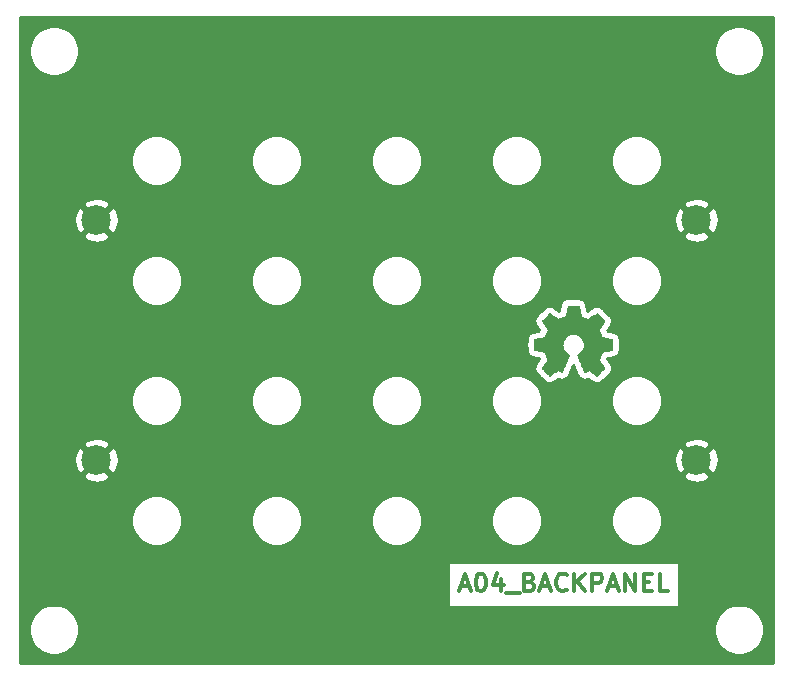
<source format=gbr>
G04 #@! TF.GenerationSoftware,KiCad,Pcbnew,5.1.5-52549c5~86~ubuntu18.04.1*
G04 #@! TF.CreationDate,2020-08-28T16:47:41-05:00*
G04 #@! TF.ProjectId,A04,4130342e-6b69-4636-9164-5f7063625858,rev?*
G04 #@! TF.SameCoordinates,Original*
G04 #@! TF.FileFunction,Copper,L1,Top*
G04 #@! TF.FilePolarity,Positive*
%FSLAX46Y46*%
G04 Gerber Fmt 4.6, Leading zero omitted, Abs format (unit mm)*
G04 Created by KiCad (PCBNEW 5.1.5-52549c5~86~ubuntu18.04.1) date 2020-08-28 16:47:41*
%MOMM*%
%LPD*%
G04 APERTURE LIST*
%ADD10C,0.300000*%
%ADD11C,0.010000*%
%ADD12C,2.499360*%
%ADD13C,0.254000*%
G04 APERTURE END LIST*
D10*
X59713314Y-70023800D02*
X60427600Y-70023800D01*
X59570457Y-70452371D02*
X60070457Y-68952371D01*
X60570457Y-70452371D01*
X61356171Y-68952371D02*
X61499028Y-68952371D01*
X61641885Y-69023800D01*
X61713314Y-69095228D01*
X61784742Y-69238085D01*
X61856171Y-69523800D01*
X61856171Y-69880942D01*
X61784742Y-70166657D01*
X61713314Y-70309514D01*
X61641885Y-70380942D01*
X61499028Y-70452371D01*
X61356171Y-70452371D01*
X61213314Y-70380942D01*
X61141885Y-70309514D01*
X61070457Y-70166657D01*
X60999028Y-69880942D01*
X60999028Y-69523800D01*
X61070457Y-69238085D01*
X61141885Y-69095228D01*
X61213314Y-69023800D01*
X61356171Y-68952371D01*
X63141885Y-69452371D02*
X63141885Y-70452371D01*
X62784742Y-68880942D02*
X62427600Y-69952371D01*
X63356171Y-69952371D01*
X63570457Y-70595228D02*
X64713314Y-70595228D01*
X65570457Y-69666657D02*
X65784742Y-69738085D01*
X65856171Y-69809514D01*
X65927600Y-69952371D01*
X65927600Y-70166657D01*
X65856171Y-70309514D01*
X65784742Y-70380942D01*
X65641885Y-70452371D01*
X65070457Y-70452371D01*
X65070457Y-68952371D01*
X65570457Y-68952371D01*
X65713314Y-69023800D01*
X65784742Y-69095228D01*
X65856171Y-69238085D01*
X65856171Y-69380942D01*
X65784742Y-69523800D01*
X65713314Y-69595228D01*
X65570457Y-69666657D01*
X65070457Y-69666657D01*
X66499028Y-70023800D02*
X67213314Y-70023800D01*
X66356171Y-70452371D02*
X66856171Y-68952371D01*
X67356171Y-70452371D01*
X68713314Y-70309514D02*
X68641885Y-70380942D01*
X68427600Y-70452371D01*
X68284742Y-70452371D01*
X68070457Y-70380942D01*
X67927600Y-70238085D01*
X67856171Y-70095228D01*
X67784742Y-69809514D01*
X67784742Y-69595228D01*
X67856171Y-69309514D01*
X67927600Y-69166657D01*
X68070457Y-69023800D01*
X68284742Y-68952371D01*
X68427600Y-68952371D01*
X68641885Y-69023800D01*
X68713314Y-69095228D01*
X69356171Y-70452371D02*
X69356171Y-68952371D01*
X70213314Y-70452371D02*
X69570457Y-69595228D01*
X70213314Y-68952371D02*
X69356171Y-69809514D01*
X70856171Y-70452371D02*
X70856171Y-68952371D01*
X71427600Y-68952371D01*
X71570457Y-69023800D01*
X71641885Y-69095228D01*
X71713314Y-69238085D01*
X71713314Y-69452371D01*
X71641885Y-69595228D01*
X71570457Y-69666657D01*
X71427600Y-69738085D01*
X70856171Y-69738085D01*
X72284742Y-70023800D02*
X72999028Y-70023800D01*
X72141885Y-70452371D02*
X72641885Y-68952371D01*
X73141885Y-70452371D01*
X73641885Y-70452371D02*
X73641885Y-68952371D01*
X74499028Y-70452371D01*
X74499028Y-68952371D01*
X75213314Y-69666657D02*
X75713314Y-69666657D01*
X75927600Y-70452371D02*
X75213314Y-70452371D01*
X75213314Y-68952371D01*
X75927600Y-68952371D01*
X77284742Y-70452371D02*
X76570457Y-70452371D01*
X76570457Y-68952371D01*
D11*
G36*
X69796214Y-46719531D02*
G01*
X69880035Y-47164155D01*
X70189320Y-47291653D01*
X70498606Y-47419151D01*
X70869646Y-47166846D01*
X70973557Y-47096596D01*
X71067487Y-47033872D01*
X71147052Y-46981538D01*
X71207870Y-46942457D01*
X71245557Y-46919493D01*
X71255821Y-46914542D01*
X71274310Y-46927276D01*
X71313820Y-46962482D01*
X71369922Y-47015662D01*
X71438187Y-47082318D01*
X71514186Y-47157954D01*
X71593492Y-47238072D01*
X71671675Y-47318174D01*
X71744307Y-47393764D01*
X71806959Y-47460345D01*
X71855203Y-47513418D01*
X71884610Y-47548487D01*
X71891641Y-47560223D01*
X71881523Y-47581860D01*
X71853159Y-47629262D01*
X71809529Y-47697793D01*
X71753618Y-47782815D01*
X71688406Y-47879693D01*
X71650619Y-47934950D01*
X71581743Y-48035848D01*
X71520540Y-48126899D01*
X71469978Y-48203570D01*
X71433028Y-48261328D01*
X71412658Y-48295643D01*
X71409597Y-48302854D01*
X71416536Y-48323348D01*
X71435451Y-48371113D01*
X71463487Y-48439432D01*
X71497791Y-48521589D01*
X71535509Y-48610870D01*
X71573787Y-48700558D01*
X71609770Y-48783938D01*
X71640606Y-48854294D01*
X71663439Y-48904910D01*
X71675417Y-48929071D01*
X71676124Y-48930022D01*
X71694931Y-48934636D01*
X71745018Y-48944928D01*
X71821193Y-48959887D01*
X71918265Y-48978501D01*
X72031043Y-48999759D01*
X72096842Y-49012018D01*
X72217350Y-49034962D01*
X72326197Y-49056795D01*
X72417876Y-49076322D01*
X72486881Y-49092348D01*
X72527704Y-49103679D01*
X72535911Y-49107274D01*
X72543948Y-49131606D01*
X72550433Y-49186559D01*
X72555370Y-49265708D01*
X72558764Y-49362626D01*
X72560618Y-49470887D01*
X72560938Y-49584065D01*
X72559727Y-49695735D01*
X72556990Y-49799468D01*
X72552731Y-49888841D01*
X72546955Y-49957426D01*
X72539667Y-49998797D01*
X72535295Y-50007410D01*
X72509164Y-50017733D01*
X72453793Y-50032492D01*
X72376507Y-50049952D01*
X72284630Y-50068380D01*
X72252558Y-50074341D01*
X72097924Y-50102666D01*
X71975775Y-50125476D01*
X71882073Y-50143680D01*
X71812784Y-50158183D01*
X71763871Y-50169892D01*
X71731297Y-50179715D01*
X71711028Y-50188556D01*
X71699026Y-50197324D01*
X71697347Y-50199057D01*
X71680584Y-50226971D01*
X71655014Y-50281295D01*
X71623188Y-50355377D01*
X71587660Y-50442565D01*
X71550983Y-50536208D01*
X71515711Y-50629652D01*
X71484396Y-50716247D01*
X71459593Y-50789340D01*
X71443854Y-50842278D01*
X71439732Y-50868411D01*
X71440076Y-50869326D01*
X71454041Y-50890686D01*
X71485722Y-50937684D01*
X71531791Y-51005427D01*
X71588918Y-51089023D01*
X71653773Y-51183582D01*
X71672243Y-51210454D01*
X71738099Y-51307875D01*
X71796050Y-51396763D01*
X71842938Y-51472012D01*
X71875607Y-51528520D01*
X71890900Y-51561181D01*
X71891641Y-51565193D01*
X71878792Y-51586284D01*
X71843288Y-51628064D01*
X71789693Y-51686045D01*
X71722571Y-51755735D01*
X71646487Y-51832645D01*
X71566004Y-51912283D01*
X71485687Y-51990161D01*
X71410099Y-52061786D01*
X71343805Y-52122670D01*
X71291369Y-52168321D01*
X71257355Y-52194250D01*
X71247945Y-52198483D01*
X71226043Y-52188512D01*
X71181200Y-52161620D01*
X71120721Y-52122336D01*
X71074189Y-52090717D01*
X70989875Y-52032698D01*
X70890026Y-51964384D01*
X70789873Y-51896179D01*
X70736027Y-51859675D01*
X70553771Y-51736400D01*
X70400781Y-51819120D01*
X70331082Y-51855359D01*
X70271814Y-51883526D01*
X70231711Y-51899591D01*
X70221503Y-51901826D01*
X70209229Y-51885322D01*
X70185013Y-51838682D01*
X70150663Y-51766209D01*
X70107988Y-51672206D01*
X70058794Y-51560974D01*
X70004890Y-51436815D01*
X69948084Y-51304032D01*
X69890182Y-51166927D01*
X69832993Y-51029802D01*
X69778324Y-50896958D01*
X69727984Y-50772698D01*
X69683780Y-50661325D01*
X69647519Y-50567139D01*
X69621009Y-50494444D01*
X69606058Y-50447541D01*
X69603654Y-50431433D01*
X69622711Y-50410886D01*
X69664436Y-50377533D01*
X69720106Y-50338302D01*
X69724778Y-50335199D01*
X69868664Y-50220023D01*
X69984683Y-50085653D01*
X70071830Y-49936384D01*
X70129099Y-49776513D01*
X70155486Y-49610337D01*
X70149985Y-49442152D01*
X70111590Y-49276255D01*
X70039295Y-49116942D01*
X70018026Y-49082087D01*
X69907396Y-48941337D01*
X69776702Y-48828314D01*
X69630464Y-48743603D01*
X69473208Y-48687794D01*
X69309457Y-48661474D01*
X69143733Y-48665230D01*
X68980562Y-48699650D01*
X68824465Y-48765323D01*
X68679967Y-48862835D01*
X68635269Y-48902413D01*
X68521512Y-49026303D01*
X68438618Y-49156724D01*
X68381756Y-49302915D01*
X68350087Y-49447688D01*
X68342269Y-49610460D01*
X68368338Y-49774040D01*
X68425645Y-49932898D01*
X68511544Y-50081506D01*
X68623386Y-50214335D01*
X68758523Y-50325856D01*
X68776283Y-50337611D01*
X68832550Y-50376108D01*
X68875323Y-50409463D01*
X68895772Y-50430760D01*
X68896069Y-50431433D01*
X68891679Y-50454471D01*
X68874276Y-50506757D01*
X68845668Y-50583990D01*
X68807665Y-50681868D01*
X68762074Y-50796091D01*
X68710703Y-50922358D01*
X68655362Y-51056367D01*
X68597858Y-51193818D01*
X68540001Y-51330408D01*
X68483598Y-51461837D01*
X68430458Y-51583805D01*
X68382390Y-51692009D01*
X68341201Y-51782149D01*
X68308701Y-51849923D01*
X68286697Y-51891030D01*
X68277836Y-51901826D01*
X68250760Y-51893419D01*
X68200097Y-51870872D01*
X68134583Y-51838213D01*
X68098559Y-51819120D01*
X67945568Y-51736400D01*
X67763312Y-51859675D01*
X67670275Y-51922828D01*
X67568415Y-51992327D01*
X67472962Y-52057765D01*
X67425150Y-52090717D01*
X67357905Y-52135873D01*
X67300964Y-52171657D01*
X67261754Y-52193538D01*
X67249019Y-52198163D01*
X67230483Y-52185685D01*
X67189459Y-52150852D01*
X67129925Y-52097278D01*
X67055858Y-52028583D01*
X66971235Y-51948381D01*
X66917715Y-51896886D01*
X66824081Y-51804886D01*
X66743159Y-51722599D01*
X66678223Y-51653545D01*
X66632542Y-51601244D01*
X66609389Y-51569216D01*
X66607168Y-51562716D01*
X66617476Y-51537994D01*
X66645961Y-51488005D01*
X66689463Y-51417812D01*
X66744823Y-51332475D01*
X66808880Y-51237056D01*
X66827097Y-51210454D01*
X66893473Y-51113767D01*
X66953022Y-51026717D01*
X67002416Y-50954195D01*
X67038325Y-50901093D01*
X67057419Y-50872303D01*
X67059264Y-50869326D01*
X67056505Y-50846382D01*
X67041862Y-50795936D01*
X67017887Y-50724641D01*
X66987134Y-50639147D01*
X66952156Y-50546107D01*
X66915507Y-50452174D01*
X66879739Y-50363999D01*
X66847406Y-50288234D01*
X66821062Y-50231531D01*
X66803258Y-50200543D01*
X66801993Y-50199057D01*
X66791106Y-50190201D01*
X66772718Y-50181443D01*
X66742794Y-50171877D01*
X66697297Y-50160596D01*
X66632191Y-50146693D01*
X66543439Y-50129263D01*
X66427007Y-50107398D01*
X66278858Y-50080191D01*
X66246782Y-50074341D01*
X66151714Y-50055974D01*
X66068835Y-50038005D01*
X66005470Y-50022169D01*
X65968942Y-50010200D01*
X65964044Y-50007410D01*
X65955973Y-49982672D01*
X65949413Y-49927390D01*
X65944367Y-49847989D01*
X65940841Y-49750896D01*
X65938839Y-49642538D01*
X65938364Y-49529340D01*
X65939423Y-49417728D01*
X65942018Y-49314129D01*
X65946154Y-49224968D01*
X65951837Y-49156672D01*
X65959069Y-49115666D01*
X65963429Y-49107274D01*
X65987702Y-49098808D01*
X66042974Y-49085035D01*
X66123738Y-49067150D01*
X66224488Y-49046348D01*
X66339717Y-49023823D01*
X66402498Y-49012018D01*
X66521613Y-48989751D01*
X66627835Y-48969579D01*
X66715973Y-48952515D01*
X66780834Y-48939569D01*
X66817226Y-48931755D01*
X66823216Y-48930022D01*
X66833339Y-48910490D01*
X66854738Y-48863443D01*
X66884561Y-48795603D01*
X66919955Y-48713691D01*
X66958068Y-48624428D01*
X66996047Y-48534535D01*
X67031040Y-48450735D01*
X67060194Y-48379747D01*
X67080657Y-48328294D01*
X67089577Y-48303097D01*
X67089743Y-48301996D01*
X67079631Y-48282119D01*
X67051283Y-48236377D01*
X67007677Y-48169317D01*
X66951794Y-48085484D01*
X66886613Y-47989426D01*
X66848721Y-47934250D01*
X66779675Y-47833081D01*
X66718350Y-47741230D01*
X66667737Y-47663344D01*
X66630829Y-47604069D01*
X66610618Y-47568051D01*
X66607699Y-47559977D01*
X66620247Y-47541184D01*
X66654937Y-47501057D01*
X66707337Y-47444093D01*
X66773016Y-47374785D01*
X66847544Y-47297631D01*
X66926487Y-47217125D01*
X67005417Y-47137763D01*
X67079900Y-47064040D01*
X67145506Y-47000452D01*
X67197804Y-46951494D01*
X67232361Y-46921661D01*
X67243922Y-46914542D01*
X67262746Y-46924553D01*
X67307769Y-46952678D01*
X67374613Y-46996054D01*
X67458901Y-47051818D01*
X67556256Y-47117106D01*
X67629693Y-47166846D01*
X68000733Y-47419151D01*
X68619305Y-47164155D01*
X68703125Y-46719531D01*
X68786946Y-46274907D01*
X69712394Y-46274907D01*
X69796214Y-46719531D01*
G37*
X69796214Y-46719531D02*
X69880035Y-47164155D01*
X70189320Y-47291653D01*
X70498606Y-47419151D01*
X70869646Y-47166846D01*
X70973557Y-47096596D01*
X71067487Y-47033872D01*
X71147052Y-46981538D01*
X71207870Y-46942457D01*
X71245557Y-46919493D01*
X71255821Y-46914542D01*
X71274310Y-46927276D01*
X71313820Y-46962482D01*
X71369922Y-47015662D01*
X71438187Y-47082318D01*
X71514186Y-47157954D01*
X71593492Y-47238072D01*
X71671675Y-47318174D01*
X71744307Y-47393764D01*
X71806959Y-47460345D01*
X71855203Y-47513418D01*
X71884610Y-47548487D01*
X71891641Y-47560223D01*
X71881523Y-47581860D01*
X71853159Y-47629262D01*
X71809529Y-47697793D01*
X71753618Y-47782815D01*
X71688406Y-47879693D01*
X71650619Y-47934950D01*
X71581743Y-48035848D01*
X71520540Y-48126899D01*
X71469978Y-48203570D01*
X71433028Y-48261328D01*
X71412658Y-48295643D01*
X71409597Y-48302854D01*
X71416536Y-48323348D01*
X71435451Y-48371113D01*
X71463487Y-48439432D01*
X71497791Y-48521589D01*
X71535509Y-48610870D01*
X71573787Y-48700558D01*
X71609770Y-48783938D01*
X71640606Y-48854294D01*
X71663439Y-48904910D01*
X71675417Y-48929071D01*
X71676124Y-48930022D01*
X71694931Y-48934636D01*
X71745018Y-48944928D01*
X71821193Y-48959887D01*
X71918265Y-48978501D01*
X72031043Y-48999759D01*
X72096842Y-49012018D01*
X72217350Y-49034962D01*
X72326197Y-49056795D01*
X72417876Y-49076322D01*
X72486881Y-49092348D01*
X72527704Y-49103679D01*
X72535911Y-49107274D01*
X72543948Y-49131606D01*
X72550433Y-49186559D01*
X72555370Y-49265708D01*
X72558764Y-49362626D01*
X72560618Y-49470887D01*
X72560938Y-49584065D01*
X72559727Y-49695735D01*
X72556990Y-49799468D01*
X72552731Y-49888841D01*
X72546955Y-49957426D01*
X72539667Y-49998797D01*
X72535295Y-50007410D01*
X72509164Y-50017733D01*
X72453793Y-50032492D01*
X72376507Y-50049952D01*
X72284630Y-50068380D01*
X72252558Y-50074341D01*
X72097924Y-50102666D01*
X71975775Y-50125476D01*
X71882073Y-50143680D01*
X71812784Y-50158183D01*
X71763871Y-50169892D01*
X71731297Y-50179715D01*
X71711028Y-50188556D01*
X71699026Y-50197324D01*
X71697347Y-50199057D01*
X71680584Y-50226971D01*
X71655014Y-50281295D01*
X71623188Y-50355377D01*
X71587660Y-50442565D01*
X71550983Y-50536208D01*
X71515711Y-50629652D01*
X71484396Y-50716247D01*
X71459593Y-50789340D01*
X71443854Y-50842278D01*
X71439732Y-50868411D01*
X71440076Y-50869326D01*
X71454041Y-50890686D01*
X71485722Y-50937684D01*
X71531791Y-51005427D01*
X71588918Y-51089023D01*
X71653773Y-51183582D01*
X71672243Y-51210454D01*
X71738099Y-51307875D01*
X71796050Y-51396763D01*
X71842938Y-51472012D01*
X71875607Y-51528520D01*
X71890900Y-51561181D01*
X71891641Y-51565193D01*
X71878792Y-51586284D01*
X71843288Y-51628064D01*
X71789693Y-51686045D01*
X71722571Y-51755735D01*
X71646487Y-51832645D01*
X71566004Y-51912283D01*
X71485687Y-51990161D01*
X71410099Y-52061786D01*
X71343805Y-52122670D01*
X71291369Y-52168321D01*
X71257355Y-52194250D01*
X71247945Y-52198483D01*
X71226043Y-52188512D01*
X71181200Y-52161620D01*
X71120721Y-52122336D01*
X71074189Y-52090717D01*
X70989875Y-52032698D01*
X70890026Y-51964384D01*
X70789873Y-51896179D01*
X70736027Y-51859675D01*
X70553771Y-51736400D01*
X70400781Y-51819120D01*
X70331082Y-51855359D01*
X70271814Y-51883526D01*
X70231711Y-51899591D01*
X70221503Y-51901826D01*
X70209229Y-51885322D01*
X70185013Y-51838682D01*
X70150663Y-51766209D01*
X70107988Y-51672206D01*
X70058794Y-51560974D01*
X70004890Y-51436815D01*
X69948084Y-51304032D01*
X69890182Y-51166927D01*
X69832993Y-51029802D01*
X69778324Y-50896958D01*
X69727984Y-50772698D01*
X69683780Y-50661325D01*
X69647519Y-50567139D01*
X69621009Y-50494444D01*
X69606058Y-50447541D01*
X69603654Y-50431433D01*
X69622711Y-50410886D01*
X69664436Y-50377533D01*
X69720106Y-50338302D01*
X69724778Y-50335199D01*
X69868664Y-50220023D01*
X69984683Y-50085653D01*
X70071830Y-49936384D01*
X70129099Y-49776513D01*
X70155486Y-49610337D01*
X70149985Y-49442152D01*
X70111590Y-49276255D01*
X70039295Y-49116942D01*
X70018026Y-49082087D01*
X69907396Y-48941337D01*
X69776702Y-48828314D01*
X69630464Y-48743603D01*
X69473208Y-48687794D01*
X69309457Y-48661474D01*
X69143733Y-48665230D01*
X68980562Y-48699650D01*
X68824465Y-48765323D01*
X68679967Y-48862835D01*
X68635269Y-48902413D01*
X68521512Y-49026303D01*
X68438618Y-49156724D01*
X68381756Y-49302915D01*
X68350087Y-49447688D01*
X68342269Y-49610460D01*
X68368338Y-49774040D01*
X68425645Y-49932898D01*
X68511544Y-50081506D01*
X68623386Y-50214335D01*
X68758523Y-50325856D01*
X68776283Y-50337611D01*
X68832550Y-50376108D01*
X68875323Y-50409463D01*
X68895772Y-50430760D01*
X68896069Y-50431433D01*
X68891679Y-50454471D01*
X68874276Y-50506757D01*
X68845668Y-50583990D01*
X68807665Y-50681868D01*
X68762074Y-50796091D01*
X68710703Y-50922358D01*
X68655362Y-51056367D01*
X68597858Y-51193818D01*
X68540001Y-51330408D01*
X68483598Y-51461837D01*
X68430458Y-51583805D01*
X68382390Y-51692009D01*
X68341201Y-51782149D01*
X68308701Y-51849923D01*
X68286697Y-51891030D01*
X68277836Y-51901826D01*
X68250760Y-51893419D01*
X68200097Y-51870872D01*
X68134583Y-51838213D01*
X68098559Y-51819120D01*
X67945568Y-51736400D01*
X67763312Y-51859675D01*
X67670275Y-51922828D01*
X67568415Y-51992327D01*
X67472962Y-52057765D01*
X67425150Y-52090717D01*
X67357905Y-52135873D01*
X67300964Y-52171657D01*
X67261754Y-52193538D01*
X67249019Y-52198163D01*
X67230483Y-52185685D01*
X67189459Y-52150852D01*
X67129925Y-52097278D01*
X67055858Y-52028583D01*
X66971235Y-51948381D01*
X66917715Y-51896886D01*
X66824081Y-51804886D01*
X66743159Y-51722599D01*
X66678223Y-51653545D01*
X66632542Y-51601244D01*
X66609389Y-51569216D01*
X66607168Y-51562716D01*
X66617476Y-51537994D01*
X66645961Y-51488005D01*
X66689463Y-51417812D01*
X66744823Y-51332475D01*
X66808880Y-51237056D01*
X66827097Y-51210454D01*
X66893473Y-51113767D01*
X66953022Y-51026717D01*
X67002416Y-50954195D01*
X67038325Y-50901093D01*
X67057419Y-50872303D01*
X67059264Y-50869326D01*
X67056505Y-50846382D01*
X67041862Y-50795936D01*
X67017887Y-50724641D01*
X66987134Y-50639147D01*
X66952156Y-50546107D01*
X66915507Y-50452174D01*
X66879739Y-50363999D01*
X66847406Y-50288234D01*
X66821062Y-50231531D01*
X66803258Y-50200543D01*
X66801993Y-50199057D01*
X66791106Y-50190201D01*
X66772718Y-50181443D01*
X66742794Y-50171877D01*
X66697297Y-50160596D01*
X66632191Y-50146693D01*
X66543439Y-50129263D01*
X66427007Y-50107398D01*
X66278858Y-50080191D01*
X66246782Y-50074341D01*
X66151714Y-50055974D01*
X66068835Y-50038005D01*
X66005470Y-50022169D01*
X65968942Y-50010200D01*
X65964044Y-50007410D01*
X65955973Y-49982672D01*
X65949413Y-49927390D01*
X65944367Y-49847989D01*
X65940841Y-49750896D01*
X65938839Y-49642538D01*
X65938364Y-49529340D01*
X65939423Y-49417728D01*
X65942018Y-49314129D01*
X65946154Y-49224968D01*
X65951837Y-49156672D01*
X65959069Y-49115666D01*
X65963429Y-49107274D01*
X65987702Y-49098808D01*
X66042974Y-49085035D01*
X66123738Y-49067150D01*
X66224488Y-49046348D01*
X66339717Y-49023823D01*
X66402498Y-49012018D01*
X66521613Y-48989751D01*
X66627835Y-48969579D01*
X66715973Y-48952515D01*
X66780834Y-48939569D01*
X66817226Y-48931755D01*
X66823216Y-48930022D01*
X66833339Y-48910490D01*
X66854738Y-48863443D01*
X66884561Y-48795603D01*
X66919955Y-48713691D01*
X66958068Y-48624428D01*
X66996047Y-48534535D01*
X67031040Y-48450735D01*
X67060194Y-48379747D01*
X67080657Y-48328294D01*
X67089577Y-48303097D01*
X67089743Y-48301996D01*
X67079631Y-48282119D01*
X67051283Y-48236377D01*
X67007677Y-48169317D01*
X66951794Y-48085484D01*
X66886613Y-47989426D01*
X66848721Y-47934250D01*
X66779675Y-47833081D01*
X66718350Y-47741230D01*
X66667737Y-47663344D01*
X66630829Y-47604069D01*
X66610618Y-47568051D01*
X66607699Y-47559977D01*
X66620247Y-47541184D01*
X66654937Y-47501057D01*
X66707337Y-47444093D01*
X66773016Y-47374785D01*
X66847544Y-47297631D01*
X66926487Y-47217125D01*
X67005417Y-47137763D01*
X67079900Y-47064040D01*
X67145506Y-47000452D01*
X67197804Y-46951494D01*
X67232361Y-46921661D01*
X67243922Y-46914542D01*
X67262746Y-46924553D01*
X67307769Y-46952678D01*
X67374613Y-46996054D01*
X67458901Y-47051818D01*
X67556256Y-47117106D01*
X67629693Y-47166846D01*
X68000733Y-47419151D01*
X68619305Y-47164155D01*
X68703125Y-46719531D01*
X68786946Y-46274907D01*
X69712394Y-46274907D01*
X69796214Y-46719531D01*
D12*
X79690000Y-59370000D03*
X79690000Y-39050000D03*
X28890000Y-59370000D03*
X28890000Y-39050000D03*
D13*
G36*
X86130001Y-76550000D02*
G01*
X22450000Y-76550000D01*
X22450000Y-73499721D01*
X23155000Y-73499721D01*
X23155000Y-73920279D01*
X23237047Y-74332756D01*
X23397988Y-74721302D01*
X23631637Y-75070983D01*
X23929017Y-75368363D01*
X24278698Y-75602012D01*
X24667244Y-75762953D01*
X25079721Y-75845000D01*
X25500279Y-75845000D01*
X25912756Y-75762953D01*
X26301302Y-75602012D01*
X26650983Y-75368363D01*
X26948363Y-75070983D01*
X27182012Y-74721302D01*
X27342953Y-74332756D01*
X27425000Y-73920279D01*
X27425000Y-73499721D01*
X81155000Y-73499721D01*
X81155000Y-73920279D01*
X81237047Y-74332756D01*
X81397988Y-74721302D01*
X81631637Y-75070983D01*
X81929017Y-75368363D01*
X82278698Y-75602012D01*
X82667244Y-75762953D01*
X83079721Y-75845000D01*
X83500279Y-75845000D01*
X83912756Y-75762953D01*
X84301302Y-75602012D01*
X84650983Y-75368363D01*
X84948363Y-75070983D01*
X85182012Y-74721302D01*
X85342953Y-74332756D01*
X85425000Y-73920279D01*
X85425000Y-73499721D01*
X85342953Y-73087244D01*
X85182012Y-72698698D01*
X84948363Y-72349017D01*
X84650983Y-72051637D01*
X84301302Y-71817988D01*
X83912756Y-71657047D01*
X83500279Y-71575000D01*
X83079721Y-71575000D01*
X82667244Y-71657047D01*
X82278698Y-71817988D01*
X81929017Y-72051637D01*
X81631637Y-72349017D01*
X81397988Y-72698698D01*
X81237047Y-73087244D01*
X81155000Y-73499721D01*
X27425000Y-73499721D01*
X27342953Y-73087244D01*
X27182012Y-72698698D01*
X26948363Y-72349017D01*
X26650983Y-72051637D01*
X26301302Y-71817988D01*
X25912756Y-71657047D01*
X25500279Y-71575000D01*
X25079721Y-71575000D01*
X24667244Y-71657047D01*
X24278698Y-71817988D01*
X23929017Y-72051637D01*
X23631637Y-72349017D01*
X23397988Y-72698698D01*
X23237047Y-73087244D01*
X23155000Y-73499721D01*
X22450000Y-73499721D01*
X22450000Y-67983800D01*
X58642600Y-67983800D01*
X58642600Y-71803800D01*
X78212600Y-71803800D01*
X78212600Y-67983800D01*
X58642600Y-67983800D01*
X22450000Y-67983800D01*
X22450000Y-64239721D01*
X31835000Y-64239721D01*
X31835000Y-64660279D01*
X31917047Y-65072756D01*
X32077988Y-65461302D01*
X32311637Y-65810983D01*
X32609017Y-66108363D01*
X32958698Y-66342012D01*
X33347244Y-66502953D01*
X33759721Y-66585000D01*
X34180279Y-66585000D01*
X34592756Y-66502953D01*
X34981302Y-66342012D01*
X35330983Y-66108363D01*
X35628363Y-65810983D01*
X35862012Y-65461302D01*
X36022953Y-65072756D01*
X36105000Y-64660279D01*
X36105000Y-64239721D01*
X41995000Y-64239721D01*
X41995000Y-64660279D01*
X42077047Y-65072756D01*
X42237988Y-65461302D01*
X42471637Y-65810983D01*
X42769017Y-66108363D01*
X43118698Y-66342012D01*
X43507244Y-66502953D01*
X43919721Y-66585000D01*
X44340279Y-66585000D01*
X44752756Y-66502953D01*
X45141302Y-66342012D01*
X45490983Y-66108363D01*
X45788363Y-65810983D01*
X46022012Y-65461302D01*
X46182953Y-65072756D01*
X46265000Y-64660279D01*
X46265000Y-64239721D01*
X52155000Y-64239721D01*
X52155000Y-64660279D01*
X52237047Y-65072756D01*
X52397988Y-65461302D01*
X52631637Y-65810983D01*
X52929017Y-66108363D01*
X53278698Y-66342012D01*
X53667244Y-66502953D01*
X54079721Y-66585000D01*
X54500279Y-66585000D01*
X54912756Y-66502953D01*
X55301302Y-66342012D01*
X55650983Y-66108363D01*
X55948363Y-65810983D01*
X56182012Y-65461302D01*
X56342953Y-65072756D01*
X56425000Y-64660279D01*
X56425000Y-64239721D01*
X62315000Y-64239721D01*
X62315000Y-64660279D01*
X62397047Y-65072756D01*
X62557988Y-65461302D01*
X62791637Y-65810983D01*
X63089017Y-66108363D01*
X63438698Y-66342012D01*
X63827244Y-66502953D01*
X64239721Y-66585000D01*
X64660279Y-66585000D01*
X65072756Y-66502953D01*
X65461302Y-66342012D01*
X65810983Y-66108363D01*
X66108363Y-65810983D01*
X66342012Y-65461302D01*
X66502953Y-65072756D01*
X66585000Y-64660279D01*
X66585000Y-64239721D01*
X72475000Y-64239721D01*
X72475000Y-64660279D01*
X72557047Y-65072756D01*
X72717988Y-65461302D01*
X72951637Y-65810983D01*
X73249017Y-66108363D01*
X73598698Y-66342012D01*
X73987244Y-66502953D01*
X74399721Y-66585000D01*
X74820279Y-66585000D01*
X75232756Y-66502953D01*
X75621302Y-66342012D01*
X75970983Y-66108363D01*
X76268363Y-65810983D01*
X76502012Y-65461302D01*
X76662953Y-65072756D01*
X76745000Y-64660279D01*
X76745000Y-64239721D01*
X76662953Y-63827244D01*
X76502012Y-63438698D01*
X76268363Y-63089017D01*
X75970983Y-62791637D01*
X75621302Y-62557988D01*
X75232756Y-62397047D01*
X74820279Y-62315000D01*
X74399721Y-62315000D01*
X73987244Y-62397047D01*
X73598698Y-62557988D01*
X73249017Y-62791637D01*
X72951637Y-63089017D01*
X72717988Y-63438698D01*
X72557047Y-63827244D01*
X72475000Y-64239721D01*
X66585000Y-64239721D01*
X66502953Y-63827244D01*
X66342012Y-63438698D01*
X66108363Y-63089017D01*
X65810983Y-62791637D01*
X65461302Y-62557988D01*
X65072756Y-62397047D01*
X64660279Y-62315000D01*
X64239721Y-62315000D01*
X63827244Y-62397047D01*
X63438698Y-62557988D01*
X63089017Y-62791637D01*
X62791637Y-63089017D01*
X62557988Y-63438698D01*
X62397047Y-63827244D01*
X62315000Y-64239721D01*
X56425000Y-64239721D01*
X56342953Y-63827244D01*
X56182012Y-63438698D01*
X55948363Y-63089017D01*
X55650983Y-62791637D01*
X55301302Y-62557988D01*
X54912756Y-62397047D01*
X54500279Y-62315000D01*
X54079721Y-62315000D01*
X53667244Y-62397047D01*
X53278698Y-62557988D01*
X52929017Y-62791637D01*
X52631637Y-63089017D01*
X52397988Y-63438698D01*
X52237047Y-63827244D01*
X52155000Y-64239721D01*
X46265000Y-64239721D01*
X46182953Y-63827244D01*
X46022012Y-63438698D01*
X45788363Y-63089017D01*
X45490983Y-62791637D01*
X45141302Y-62557988D01*
X44752756Y-62397047D01*
X44340279Y-62315000D01*
X43919721Y-62315000D01*
X43507244Y-62397047D01*
X43118698Y-62557988D01*
X42769017Y-62791637D01*
X42471637Y-63089017D01*
X42237988Y-63438698D01*
X42077047Y-63827244D01*
X41995000Y-64239721D01*
X36105000Y-64239721D01*
X36022953Y-63827244D01*
X35862012Y-63438698D01*
X35628363Y-63089017D01*
X35330983Y-62791637D01*
X34981302Y-62557988D01*
X34592756Y-62397047D01*
X34180279Y-62315000D01*
X33759721Y-62315000D01*
X33347244Y-62397047D01*
X32958698Y-62557988D01*
X32609017Y-62791637D01*
X32311637Y-63089017D01*
X32077988Y-63438698D01*
X31917047Y-63827244D01*
X31835000Y-64239721D01*
X22450000Y-64239721D01*
X22450000Y-60683377D01*
X27756229Y-60683377D01*
X27882104Y-60973315D01*
X28214262Y-61139139D01*
X28572387Y-61236975D01*
X28942719Y-61263065D01*
X29311025Y-61216405D01*
X29663151Y-61098789D01*
X29897896Y-60973315D01*
X30023771Y-60683377D01*
X78556229Y-60683377D01*
X78682104Y-60973315D01*
X79014262Y-61139139D01*
X79372387Y-61236975D01*
X79742719Y-61263065D01*
X80111025Y-61216405D01*
X80463151Y-61098789D01*
X80697896Y-60973315D01*
X80823771Y-60683377D01*
X79690000Y-59549605D01*
X78556229Y-60683377D01*
X30023771Y-60683377D01*
X28890000Y-59549605D01*
X27756229Y-60683377D01*
X22450000Y-60683377D01*
X22450000Y-59422719D01*
X26996935Y-59422719D01*
X27043595Y-59791025D01*
X27161211Y-60143151D01*
X27286685Y-60377896D01*
X27576623Y-60503771D01*
X28710395Y-59370000D01*
X29069605Y-59370000D01*
X30203377Y-60503771D01*
X30493315Y-60377896D01*
X30659139Y-60045738D01*
X30756975Y-59687613D01*
X30775636Y-59422719D01*
X77796935Y-59422719D01*
X77843595Y-59791025D01*
X77961211Y-60143151D01*
X78086685Y-60377896D01*
X78376623Y-60503771D01*
X79510395Y-59370000D01*
X79869605Y-59370000D01*
X81003377Y-60503771D01*
X81293315Y-60377896D01*
X81459139Y-60045738D01*
X81556975Y-59687613D01*
X81583065Y-59317281D01*
X81536405Y-58948975D01*
X81418789Y-58596849D01*
X81293315Y-58362104D01*
X81003377Y-58236229D01*
X79869605Y-59370000D01*
X79510395Y-59370000D01*
X78376623Y-58236229D01*
X78086685Y-58362104D01*
X77920861Y-58694262D01*
X77823025Y-59052387D01*
X77796935Y-59422719D01*
X30775636Y-59422719D01*
X30783065Y-59317281D01*
X30736405Y-58948975D01*
X30618789Y-58596849D01*
X30493315Y-58362104D01*
X30203377Y-58236229D01*
X29069605Y-59370000D01*
X28710395Y-59370000D01*
X27576623Y-58236229D01*
X27286685Y-58362104D01*
X27120861Y-58694262D01*
X27023025Y-59052387D01*
X26996935Y-59422719D01*
X22450000Y-59422719D01*
X22450000Y-58056623D01*
X27756229Y-58056623D01*
X28890000Y-59190395D01*
X30023771Y-58056623D01*
X78556229Y-58056623D01*
X79690000Y-59190395D01*
X80823771Y-58056623D01*
X80697896Y-57766685D01*
X80365738Y-57600861D01*
X80007613Y-57503025D01*
X79637281Y-57476935D01*
X79268975Y-57523595D01*
X78916849Y-57641211D01*
X78682104Y-57766685D01*
X78556229Y-58056623D01*
X30023771Y-58056623D01*
X29897896Y-57766685D01*
X29565738Y-57600861D01*
X29207613Y-57503025D01*
X28837281Y-57476935D01*
X28468975Y-57523595D01*
X28116849Y-57641211D01*
X27882104Y-57766685D01*
X27756229Y-58056623D01*
X22450000Y-58056623D01*
X22450000Y-54079721D01*
X31835000Y-54079721D01*
X31835000Y-54500279D01*
X31917047Y-54912756D01*
X32077988Y-55301302D01*
X32311637Y-55650983D01*
X32609017Y-55948363D01*
X32958698Y-56182012D01*
X33347244Y-56342953D01*
X33759721Y-56425000D01*
X34180279Y-56425000D01*
X34592756Y-56342953D01*
X34981302Y-56182012D01*
X35330983Y-55948363D01*
X35628363Y-55650983D01*
X35862012Y-55301302D01*
X36022953Y-54912756D01*
X36105000Y-54500279D01*
X36105000Y-54079721D01*
X41995000Y-54079721D01*
X41995000Y-54500279D01*
X42077047Y-54912756D01*
X42237988Y-55301302D01*
X42471637Y-55650983D01*
X42769017Y-55948363D01*
X43118698Y-56182012D01*
X43507244Y-56342953D01*
X43919721Y-56425000D01*
X44340279Y-56425000D01*
X44752756Y-56342953D01*
X45141302Y-56182012D01*
X45490983Y-55948363D01*
X45788363Y-55650983D01*
X46022012Y-55301302D01*
X46182953Y-54912756D01*
X46265000Y-54500279D01*
X46265000Y-54079721D01*
X52155000Y-54079721D01*
X52155000Y-54500279D01*
X52237047Y-54912756D01*
X52397988Y-55301302D01*
X52631637Y-55650983D01*
X52929017Y-55948363D01*
X53278698Y-56182012D01*
X53667244Y-56342953D01*
X54079721Y-56425000D01*
X54500279Y-56425000D01*
X54912756Y-56342953D01*
X55301302Y-56182012D01*
X55650983Y-55948363D01*
X55948363Y-55650983D01*
X56182012Y-55301302D01*
X56342953Y-54912756D01*
X56425000Y-54500279D01*
X56425000Y-54079721D01*
X62315000Y-54079721D01*
X62315000Y-54500279D01*
X62397047Y-54912756D01*
X62557988Y-55301302D01*
X62791637Y-55650983D01*
X63089017Y-55948363D01*
X63438698Y-56182012D01*
X63827244Y-56342953D01*
X64239721Y-56425000D01*
X64660279Y-56425000D01*
X65072756Y-56342953D01*
X65461302Y-56182012D01*
X65810983Y-55948363D01*
X66108363Y-55650983D01*
X66342012Y-55301302D01*
X66502953Y-54912756D01*
X66585000Y-54500279D01*
X66585000Y-54079721D01*
X72475000Y-54079721D01*
X72475000Y-54500279D01*
X72557047Y-54912756D01*
X72717988Y-55301302D01*
X72951637Y-55650983D01*
X73249017Y-55948363D01*
X73598698Y-56182012D01*
X73987244Y-56342953D01*
X74399721Y-56425000D01*
X74820279Y-56425000D01*
X75232756Y-56342953D01*
X75621302Y-56182012D01*
X75970983Y-55948363D01*
X76268363Y-55650983D01*
X76502012Y-55301302D01*
X76662953Y-54912756D01*
X76745000Y-54500279D01*
X76745000Y-54079721D01*
X76662953Y-53667244D01*
X76502012Y-53278698D01*
X76268363Y-52929017D01*
X75970983Y-52631637D01*
X75621302Y-52397988D01*
X75232756Y-52237047D01*
X74820279Y-52155000D01*
X74399721Y-52155000D01*
X73987244Y-52237047D01*
X73598698Y-52397988D01*
X73249017Y-52631637D01*
X72951637Y-52929017D01*
X72717988Y-53278698D01*
X72557047Y-53667244D01*
X72475000Y-54079721D01*
X66585000Y-54079721D01*
X66502953Y-53667244D01*
X66342012Y-53278698D01*
X66108363Y-52929017D01*
X65810983Y-52631637D01*
X65461302Y-52397988D01*
X65072756Y-52237047D01*
X64660279Y-52155000D01*
X64239721Y-52155000D01*
X63827244Y-52237047D01*
X63438698Y-52397988D01*
X63089017Y-52631637D01*
X62791637Y-52929017D01*
X62557988Y-53278698D01*
X62397047Y-53667244D01*
X62315000Y-54079721D01*
X56425000Y-54079721D01*
X56342953Y-53667244D01*
X56182012Y-53278698D01*
X55948363Y-52929017D01*
X55650983Y-52631637D01*
X55301302Y-52397988D01*
X54912756Y-52237047D01*
X54500279Y-52155000D01*
X54079721Y-52155000D01*
X53667244Y-52237047D01*
X53278698Y-52397988D01*
X52929017Y-52631637D01*
X52631637Y-52929017D01*
X52397988Y-53278698D01*
X52237047Y-53667244D01*
X52155000Y-54079721D01*
X46265000Y-54079721D01*
X46182953Y-53667244D01*
X46022012Y-53278698D01*
X45788363Y-52929017D01*
X45490983Y-52631637D01*
X45141302Y-52397988D01*
X44752756Y-52237047D01*
X44340279Y-52155000D01*
X43919721Y-52155000D01*
X43507244Y-52237047D01*
X43118698Y-52397988D01*
X42769017Y-52631637D01*
X42471637Y-52929017D01*
X42237988Y-53278698D01*
X42077047Y-53667244D01*
X41995000Y-54079721D01*
X36105000Y-54079721D01*
X36022953Y-53667244D01*
X35862012Y-53278698D01*
X35628363Y-52929017D01*
X35330983Y-52631637D01*
X34981302Y-52397988D01*
X34592756Y-52237047D01*
X34180279Y-52155000D01*
X33759721Y-52155000D01*
X33347244Y-52237047D01*
X32958698Y-52397988D01*
X32609017Y-52631637D01*
X32311637Y-52929017D01*
X32077988Y-53278698D01*
X31917047Y-53667244D01*
X31835000Y-54079721D01*
X22450000Y-54079721D01*
X22450000Y-49532026D01*
X65298370Y-49532026D01*
X65298845Y-49645224D01*
X65298855Y-49645320D01*
X65298845Y-49645425D01*
X65298948Y-49654360D01*
X65300950Y-49762718D01*
X65301094Y-49763949D01*
X65301000Y-49765190D01*
X65301263Y-49774123D01*
X65304789Y-49871216D01*
X65305356Y-49875418D01*
X65305151Y-49879658D01*
X65305655Y-49888580D01*
X65310701Y-49967980D01*
X65312797Y-49980871D01*
X65312881Y-49993925D01*
X65313872Y-50002806D01*
X65320432Y-50058088D01*
X65332979Y-50115310D01*
X65344824Y-50172665D01*
X65347167Y-50180019D01*
X65347184Y-50180096D01*
X65347212Y-50180161D01*
X65347537Y-50181180D01*
X65355608Y-50205918D01*
X65373226Y-50246110D01*
X65388489Y-50287298D01*
X65398260Y-50303223D01*
X65405753Y-50320316D01*
X65430838Y-50356315D01*
X65453814Y-50393760D01*
X65466494Y-50407485D01*
X65477163Y-50422796D01*
X65508774Y-50453249D01*
X65538575Y-50485506D01*
X65553669Y-50496499D01*
X65567117Y-50509455D01*
X65604041Y-50533188D01*
X65639539Y-50559042D01*
X65647273Y-50563518D01*
X65652172Y-50566308D01*
X65663314Y-50571284D01*
X65672191Y-50576990D01*
X65705604Y-50590172D01*
X65706743Y-50590681D01*
X65761188Y-50615542D01*
X65766078Y-50617182D01*
X65766220Y-50617245D01*
X65766368Y-50617279D01*
X65769661Y-50618383D01*
X65806189Y-50630352D01*
X65824270Y-50634374D01*
X65841641Y-50640846D01*
X65850296Y-50643072D01*
X65913661Y-50658908D01*
X65919197Y-50659729D01*
X65924507Y-50661519D01*
X65933227Y-50663473D01*
X66016107Y-50681442D01*
X66018879Y-50681764D01*
X66021550Y-50682598D01*
X66030312Y-50684354D01*
X66125380Y-50702721D01*
X66125502Y-50702732D01*
X66131953Y-50703955D01*
X66163562Y-50709720D01*
X66310053Y-50736622D01*
X66341828Y-50742590D01*
X66352758Y-50770603D01*
X66299465Y-50848233D01*
X66299444Y-50848270D01*
X66299045Y-50848845D01*
X66280828Y-50875447D01*
X66280759Y-50875573D01*
X66277512Y-50880337D01*
X66213456Y-50975756D01*
X66213187Y-50976256D01*
X66212821Y-50976702D01*
X66207906Y-50984165D01*
X66152546Y-51069502D01*
X66151557Y-51071413D01*
X66150224Y-51073107D01*
X66145464Y-51080670D01*
X66101962Y-51150862D01*
X66098714Y-51157467D01*
X66094380Y-51163415D01*
X66089902Y-51171148D01*
X66061417Y-51221137D01*
X66047192Y-51252975D01*
X66030264Y-51283470D01*
X66026768Y-51291694D01*
X66016460Y-51316416D01*
X66011254Y-51333407D01*
X66010463Y-51335178D01*
X66009732Y-51338375D01*
X66004849Y-51354315D01*
X65990549Y-51391306D01*
X65986590Y-51413910D01*
X65979870Y-51435843D01*
X65975841Y-51475278D01*
X65968999Y-51514339D01*
X65969506Y-51537281D01*
X65967174Y-51560102D01*
X65970882Y-51599577D01*
X65971757Y-51639215D01*
X65976708Y-51661614D01*
X65978854Y-51684461D01*
X65983991Y-51701731D01*
X65984956Y-51709516D01*
X65992045Y-51730998D01*
X65998716Y-51761176D01*
X66001546Y-51769652D01*
X66003768Y-51776152D01*
X66010590Y-51791147D01*
X66014468Y-51804182D01*
X66019101Y-51812982D01*
X66024100Y-51828130D01*
X66041146Y-51858304D01*
X66055496Y-51889844D01*
X66070779Y-51911140D01*
X66072657Y-51914707D01*
X66073824Y-51916150D01*
X66085536Y-51936882D01*
X66090721Y-51944161D01*
X66113874Y-51976188D01*
X66130430Y-51994926D01*
X66144685Y-52015486D01*
X66150517Y-52022257D01*
X66196198Y-52074558D01*
X66201522Y-52079569D01*
X66205910Y-52085426D01*
X66211986Y-52091978D01*
X66276922Y-52161032D01*
X66278953Y-52162807D01*
X66280620Y-52164932D01*
X66286842Y-52171347D01*
X66367764Y-52253634D01*
X66368553Y-52254293D01*
X66369203Y-52255093D01*
X66375533Y-52261400D01*
X66469167Y-52353400D01*
X66469262Y-52353476D01*
X66473976Y-52358075D01*
X66527496Y-52409570D01*
X66527614Y-52409663D01*
X66530983Y-52412901D01*
X66615607Y-52493103D01*
X66615697Y-52493173D01*
X66620647Y-52497828D01*
X66694713Y-52566523D01*
X66694987Y-52566732D01*
X66695216Y-52566989D01*
X66701817Y-52573012D01*
X66761350Y-52626586D01*
X66765184Y-52629411D01*
X66768451Y-52632882D01*
X66775222Y-52638713D01*
X66816246Y-52673545D01*
X66841907Y-52691336D01*
X66865708Y-52711555D01*
X66873086Y-52716597D01*
X66891622Y-52729075D01*
X66912887Y-52740548D01*
X66918895Y-52744713D01*
X66927781Y-52748583D01*
X66932430Y-52751091D01*
X66972077Y-52775141D01*
X66987299Y-52780693D01*
X67001550Y-52788382D01*
X67045851Y-52802051D01*
X67089421Y-52817944D01*
X67105426Y-52820433D01*
X67120904Y-52825209D01*
X67167028Y-52830014D01*
X67212843Y-52837140D01*
X67229024Y-52836473D01*
X67245138Y-52838152D01*
X67291325Y-52833906D01*
X67337643Y-52831997D01*
X67353386Y-52828200D01*
X67369519Y-52826717D01*
X67413997Y-52813582D01*
X67442794Y-52806637D01*
X67450618Y-52805036D01*
X67452221Y-52804363D01*
X67459068Y-52802712D01*
X67467488Y-52799720D01*
X67480223Y-52795095D01*
X67486073Y-52792297D01*
X67489311Y-52791341D01*
X67502274Y-52784549D01*
X67522532Y-52774861D01*
X67565795Y-52756707D01*
X67573629Y-52752407D01*
X67612839Y-52730526D01*
X67622886Y-52723553D01*
X67633904Y-52718239D01*
X67641503Y-52713536D01*
X67698444Y-52677752D01*
X67702586Y-52674545D01*
X67707241Y-52672124D01*
X67714694Y-52667193D01*
X67781940Y-52622037D01*
X67782002Y-52621986D01*
X67788336Y-52617685D01*
X67835688Y-52585051D01*
X67929672Y-52520620D01*
X67991488Y-52478443D01*
X68022040Y-52488601D01*
X68052464Y-52501925D01*
X68060980Y-52504634D01*
X68088056Y-52513041D01*
X68107769Y-52517105D01*
X68109068Y-52517537D01*
X68111118Y-52517796D01*
X68148574Y-52525518D01*
X68208960Y-52538109D01*
X68209682Y-52538116D01*
X68210389Y-52538262D01*
X68271761Y-52538743D01*
X68333860Y-52539370D01*
X68334578Y-52539235D01*
X68335291Y-52539241D01*
X68395566Y-52527797D01*
X68456626Y-52516346D01*
X68457297Y-52516078D01*
X68458005Y-52515943D01*
X68515110Y-52492928D01*
X68572582Y-52469915D01*
X68573190Y-52469520D01*
X68573857Y-52469251D01*
X68625434Y-52435563D01*
X68677311Y-52401845D01*
X68677829Y-52401341D01*
X68678432Y-52400947D01*
X68722311Y-52358052D01*
X68766824Y-52314732D01*
X68767699Y-52313681D01*
X68767749Y-52313632D01*
X68767793Y-52313568D01*
X68772541Y-52307864D01*
X68781402Y-52297068D01*
X68813700Y-52248781D01*
X68846673Y-52200913D01*
X68850841Y-52193254D01*
X68850847Y-52193246D01*
X68850850Y-52193238D01*
X68850945Y-52193064D01*
X68872949Y-52151957D01*
X68876690Y-52142952D01*
X68881861Y-52134683D01*
X68885780Y-52126653D01*
X68918281Y-52058878D01*
X68918783Y-52057501D01*
X68919538Y-52056242D01*
X68923308Y-52048140D01*
X68964497Y-51958000D01*
X68964536Y-51957888D01*
X68967275Y-51951835D01*
X69015343Y-51843632D01*
X69015395Y-51843474D01*
X69017188Y-51839436D01*
X69070329Y-51717468D01*
X69070376Y-51717322D01*
X69071727Y-51714234D01*
X69128130Y-51582804D01*
X69128171Y-51582676D01*
X69129313Y-51580030D01*
X69187170Y-51443440D01*
X69187209Y-51443315D01*
X69188272Y-51440823D01*
X69245776Y-51303372D01*
X69245815Y-51303244D01*
X69246906Y-51300654D01*
X69249701Y-51293885D01*
X69299495Y-51413278D01*
X69299560Y-51413399D01*
X69300603Y-51415917D01*
X69358505Y-51553022D01*
X69358567Y-51553137D01*
X69359669Y-51555762D01*
X69416475Y-51688545D01*
X69416546Y-51688674D01*
X69417830Y-51691689D01*
X69471734Y-51815847D01*
X69471808Y-51815981D01*
X69473482Y-51819837D01*
X69522676Y-51931069D01*
X69522744Y-51931189D01*
X69525228Y-51936764D01*
X69567903Y-52030767D01*
X69568301Y-52031457D01*
X69568563Y-52032218D01*
X69572335Y-52040319D01*
X69606685Y-52112792D01*
X69610371Y-52118937D01*
X69612948Y-52125636D01*
X69617011Y-52133595D01*
X69641227Y-52180235D01*
X69666787Y-52219536D01*
X69690397Y-52260040D01*
X69695680Y-52267248D01*
X69707954Y-52283752D01*
X69741379Y-52320565D01*
X69773318Y-52358696D01*
X69783303Y-52366738D01*
X69791918Y-52376227D01*
X69831852Y-52405844D01*
X69870593Y-52437048D01*
X69881952Y-52442999D01*
X69892244Y-52450632D01*
X69937175Y-52471931D01*
X69981235Y-52495014D01*
X69993527Y-52498644D01*
X70005112Y-52504135D01*
X70053336Y-52516303D01*
X70101028Y-52530385D01*
X70113793Y-52531558D01*
X70126222Y-52534694D01*
X70175892Y-52537264D01*
X70225411Y-52541814D01*
X70238158Y-52540486D01*
X70250961Y-52541148D01*
X70300178Y-52534022D01*
X70326975Y-52531229D01*
X70340983Y-52530193D01*
X70343448Y-52529513D01*
X70349643Y-52528867D01*
X70358386Y-52527016D01*
X70368594Y-52524781D01*
X70372303Y-52523579D01*
X70374578Y-52523250D01*
X70388655Y-52518282D01*
X70414674Y-52509853D01*
X70461387Y-52496960D01*
X70469705Y-52493694D01*
X70507832Y-52478420D01*
X70529264Y-52493016D01*
X70627696Y-52560360D01*
X70711385Y-52617949D01*
X70711521Y-52618024D01*
X70714488Y-52620070D01*
X70761019Y-52651689D01*
X70762944Y-52652738D01*
X70764639Y-52654131D01*
X70772099Y-52659051D01*
X70832578Y-52698335D01*
X70838822Y-52701572D01*
X70844415Y-52705841D01*
X70852047Y-52710490D01*
X70896890Y-52737382D01*
X70925539Y-52750955D01*
X70952759Y-52767232D01*
X70960867Y-52770991D01*
X70982769Y-52780962D01*
X70999178Y-52786573D01*
X71014633Y-52794441D01*
X71058160Y-52806741D01*
X71100956Y-52821375D01*
X71118143Y-52823692D01*
X71134832Y-52828408D01*
X71179924Y-52832020D01*
X71224743Y-52838062D01*
X71242049Y-52836997D01*
X71259340Y-52838382D01*
X71304263Y-52833168D01*
X71349413Y-52830389D01*
X71366193Y-52825980D01*
X71383413Y-52823981D01*
X71409984Y-52815440D01*
X71413468Y-52814918D01*
X71427694Y-52809819D01*
X71470218Y-52798645D01*
X71485813Y-52791065D01*
X71502326Y-52785757D01*
X71510501Y-52782148D01*
X71519911Y-52777915D01*
X71525259Y-52774850D01*
X71531050Y-52772774D01*
X71563805Y-52753156D01*
X71582557Y-52744042D01*
X71593631Y-52735660D01*
X71628278Y-52715801D01*
X71632922Y-52711762D01*
X71638207Y-52708596D01*
X71645351Y-52703228D01*
X71679365Y-52677299D01*
X71691354Y-52666151D01*
X71704828Y-52656841D01*
X71711609Y-52651020D01*
X71764045Y-52605369D01*
X71766821Y-52602430D01*
X71770087Y-52600042D01*
X71776711Y-52594043D01*
X71843005Y-52533159D01*
X71843355Y-52532768D01*
X71843776Y-52532450D01*
X71850305Y-52526349D01*
X71925893Y-52454724D01*
X71925954Y-52454654D01*
X71931205Y-52449632D01*
X72011522Y-52371754D01*
X72011607Y-52371654D01*
X72016158Y-52367213D01*
X72096641Y-52287575D01*
X72096715Y-52287486D01*
X72101472Y-52282744D01*
X72177283Y-52206109D01*
X72177289Y-52206104D01*
X72177373Y-52206017D01*
X72177556Y-52205833D01*
X72177567Y-52205819D01*
X72183533Y-52199711D01*
X72250655Y-52130020D01*
X72251960Y-52128369D01*
X72253557Y-52126988D01*
X72259668Y-52120468D01*
X72313263Y-52062487D01*
X72318649Y-52055378D01*
X72325147Y-52049267D01*
X72330981Y-52042498D01*
X72366485Y-52000718D01*
X72392605Y-51963077D01*
X72420650Y-51926857D01*
X72425352Y-51919258D01*
X72438202Y-51898167D01*
X72456187Y-51860881D01*
X72476603Y-51824848D01*
X72483269Y-51804733D01*
X72492467Y-51785664D01*
X72502866Y-51745601D01*
X72515896Y-51706283D01*
X72518527Y-51685262D01*
X72523848Y-51664764D01*
X72526269Y-51623423D01*
X72531411Y-51582344D01*
X72529910Y-51561224D01*
X72531149Y-51540072D01*
X72525493Y-51499050D01*
X72522559Y-51457752D01*
X72520997Y-51448954D01*
X72520256Y-51444942D01*
X72516185Y-51430805D01*
X72514268Y-51416226D01*
X72498934Y-51370897D01*
X72485692Y-51324913D01*
X72478957Y-51311844D01*
X72474242Y-51297907D01*
X72470509Y-51289788D01*
X72455216Y-51257127D01*
X72443386Y-51237196D01*
X72434095Y-51215963D01*
X72429676Y-51208196D01*
X72397007Y-51151688D01*
X72393434Y-51146704D01*
X72390792Y-51141171D01*
X72386119Y-51133554D01*
X72339231Y-51058304D01*
X72337951Y-51056637D01*
X72337003Y-51054753D01*
X72332174Y-51047234D01*
X72274223Y-50958346D01*
X72273680Y-50957668D01*
X72273271Y-50956888D01*
X72268318Y-50949450D01*
X72202462Y-50852029D01*
X72202357Y-50851902D01*
X72199671Y-50847935D01*
X72181562Y-50821589D01*
X72146587Y-50770595D01*
X72148359Y-50765899D01*
X72157482Y-50742608D01*
X72214422Y-50731975D01*
X72367871Y-50703867D01*
X72367960Y-50703841D01*
X72369507Y-50703565D01*
X72401579Y-50697604D01*
X72401644Y-50697585D01*
X72401716Y-50697579D01*
X72410490Y-50695882D01*
X72502367Y-50677454D01*
X72505524Y-50676492D01*
X72508808Y-50676128D01*
X72517538Y-50674220D01*
X72594824Y-50656760D01*
X72602246Y-50654301D01*
X72609978Y-50653142D01*
X72618628Y-50650901D01*
X72673999Y-50636142D01*
X72704516Y-50624717D01*
X72735977Y-50616195D01*
X72744311Y-50612969D01*
X72770442Y-50602646D01*
X72789285Y-50592980D01*
X72790976Y-50592347D01*
X72793203Y-50590970D01*
X72805873Y-50584471D01*
X72842515Y-50568851D01*
X72861325Y-50556026D01*
X72881579Y-50545636D01*
X72912805Y-50520925D01*
X72945715Y-50498486D01*
X72961677Y-50482250D01*
X72979526Y-50468125D01*
X73005366Y-50437811D01*
X73033282Y-50409415D01*
X73045780Y-50390398D01*
X73060553Y-50373067D01*
X73070933Y-50354526D01*
X73075253Y-50349152D01*
X73084435Y-50331581D01*
X73101882Y-50305034D01*
X73105982Y-50297093D01*
X73110354Y-50288480D01*
X73115970Y-50274085D01*
X73121572Y-50264079D01*
X73124654Y-50254618D01*
X73133103Y-50238450D01*
X73143004Y-50204790D01*
X73155751Y-50172116D01*
X73160582Y-50145029D01*
X73168350Y-50118621D01*
X73169962Y-50109831D01*
X73177250Y-50068460D01*
X73179124Y-50044052D01*
X73183886Y-50020034D01*
X73184697Y-50011135D01*
X73190473Y-49942549D01*
X73190374Y-49935347D01*
X73191518Y-49928228D01*
X73192006Y-49919305D01*
X73196265Y-49829933D01*
X73196148Y-49827598D01*
X73196470Y-49825280D01*
X73196767Y-49816349D01*
X73199504Y-49712616D01*
X73199468Y-49712113D01*
X73199530Y-49711610D01*
X73199689Y-49702675D01*
X73200898Y-49591201D01*
X73200899Y-49591191D01*
X73200935Y-49582255D01*
X73200615Y-49469077D01*
X73200605Y-49468974D01*
X73200615Y-49468864D01*
X73200524Y-49459929D01*
X73198670Y-49351667D01*
X73198526Y-49350420D01*
X73198623Y-49349160D01*
X73198372Y-49340227D01*
X73194978Y-49243309D01*
X73194411Y-49239066D01*
X73194623Y-49234787D01*
X73194129Y-49225865D01*
X73189192Y-49146716D01*
X73187084Y-49133658D01*
X73187008Y-49120434D01*
X73186023Y-49111553D01*
X73179538Y-49056600D01*
X73166742Y-48998064D01*
X73154399Y-48939381D01*
X73152897Y-48934726D01*
X73152864Y-48934575D01*
X73152803Y-48934435D01*
X73151655Y-48930877D01*
X73143618Y-48906545D01*
X73138030Y-48893922D01*
X73134420Y-48880584D01*
X73112780Y-48836884D01*
X73093056Y-48792330D01*
X73085121Y-48781031D01*
X73078990Y-48768650D01*
X73049273Y-48729985D01*
X73021272Y-48690112D01*
X73011295Y-48680570D01*
X73002875Y-48669615D01*
X72966233Y-48637475D01*
X72931002Y-48603782D01*
X72919350Y-48596353D01*
X72908972Y-48587250D01*
X72866792Y-48562843D01*
X72825681Y-48536631D01*
X72812816Y-48531610D01*
X72800861Y-48524692D01*
X72792701Y-48521050D01*
X72784494Y-48517455D01*
X72745512Y-48504747D01*
X72707467Y-48489443D01*
X72698873Y-48486993D01*
X72658051Y-48475663D01*
X72649012Y-48474083D01*
X72640355Y-48471022D01*
X72631664Y-48468940D01*
X72562659Y-48452914D01*
X72561268Y-48452732D01*
X72559928Y-48452285D01*
X72551200Y-48450363D01*
X72459522Y-48430836D01*
X72459441Y-48430827D01*
X72452064Y-48429294D01*
X72343217Y-48407461D01*
X72343083Y-48407448D01*
X72337052Y-48406256D01*
X72216544Y-48383312D01*
X72216418Y-48383301D01*
X72214063Y-48382845D01*
X72149326Y-48370784D01*
X72130435Y-48367223D01*
X72179205Y-48295779D01*
X72216694Y-48240957D01*
X72216770Y-48240819D01*
X72219328Y-48237075D01*
X72284540Y-48140197D01*
X72284595Y-48140096D01*
X72288356Y-48134462D01*
X72344267Y-48049440D01*
X72344387Y-48049211D01*
X72344552Y-48049007D01*
X72349403Y-48041502D01*
X72393033Y-47972971D01*
X72395029Y-47969035D01*
X72397707Y-47965518D01*
X72402349Y-47957881D01*
X72430713Y-47910479D01*
X72442735Y-47885040D01*
X72457426Y-47861031D01*
X72461267Y-47852963D01*
X72471385Y-47831326D01*
X72481064Y-47803935D01*
X72484082Y-47797549D01*
X72485951Y-47790105D01*
X72490671Y-47776748D01*
X72510766Y-47722351D01*
X72511486Y-47717844D01*
X72513001Y-47713556D01*
X72521315Y-47656299D01*
X72530465Y-47599008D01*
X72530296Y-47594451D01*
X72530950Y-47589946D01*
X72527981Y-47532091D01*
X72525832Y-47474187D01*
X72524783Y-47469757D01*
X72524549Y-47465204D01*
X72510385Y-47408973D01*
X72497042Y-47352644D01*
X72495153Y-47348503D01*
X72494039Y-47344082D01*
X72469237Y-47291704D01*
X72453507Y-47257227D01*
X72449793Y-47248209D01*
X72448511Y-47246278D01*
X72445194Y-47239008D01*
X72440655Y-47231310D01*
X72433624Y-47219574D01*
X72406193Y-47182538D01*
X72380706Y-47144149D01*
X72375012Y-47137262D01*
X72345605Y-47102193D01*
X72339641Y-47096349D01*
X72334748Y-47089582D01*
X72328783Y-47082928D01*
X72280539Y-47029855D01*
X72279762Y-47029152D01*
X72279129Y-47028308D01*
X72273051Y-47021758D01*
X72210399Y-46955177D01*
X72210306Y-46955096D01*
X72205795Y-46950336D01*
X72133163Y-46874745D01*
X72133045Y-46874644D01*
X72129677Y-46871145D01*
X72051493Y-46791043D01*
X72051374Y-46790942D01*
X72048339Y-46787834D01*
X71969033Y-46707716D01*
X71968909Y-46707613D01*
X71965649Y-46704323D01*
X71889651Y-46628688D01*
X71889545Y-46628602D01*
X71885306Y-46624405D01*
X71817042Y-46557749D01*
X71816832Y-46557580D01*
X71816656Y-46557372D01*
X71810213Y-46551180D01*
X71754111Y-46497999D01*
X71749838Y-46494676D01*
X71746224Y-46490648D01*
X71739594Y-46484657D01*
X71700084Y-46449451D01*
X71671433Y-46428556D01*
X71644654Y-46405313D01*
X71637330Y-46400193D01*
X71618841Y-46387459D01*
X71603258Y-46378837D01*
X71599164Y-46375851D01*
X71598293Y-46375447D01*
X71585914Y-46366237D01*
X71547128Y-46347779D01*
X71509549Y-46326986D01*
X71490859Y-46321001D01*
X71473128Y-46312563D01*
X71431479Y-46301986D01*
X71390594Y-46288894D01*
X71371101Y-46286653D01*
X71352064Y-46281819D01*
X71309162Y-46279534D01*
X71266505Y-46274631D01*
X71246940Y-46276220D01*
X71227335Y-46275176D01*
X71184818Y-46281266D01*
X71142008Y-46284743D01*
X71123121Y-46290103D01*
X71103691Y-46292886D01*
X71063168Y-46307117D01*
X71021847Y-46318844D01*
X71004364Y-46327769D01*
X70985841Y-46334274D01*
X70977766Y-46338100D01*
X70967501Y-46343051D01*
X70944560Y-46357028D01*
X70920199Y-46368364D01*
X70912536Y-46372961D01*
X70874849Y-46395925D01*
X70872299Y-46397844D01*
X70869438Y-46399259D01*
X70861887Y-46404037D01*
X70801069Y-46443118D01*
X70800974Y-46443193D01*
X70795351Y-46446836D01*
X70715786Y-46499170D01*
X70715664Y-46499269D01*
X70712071Y-46501632D01*
X70618141Y-46564356D01*
X70618024Y-46564452D01*
X70615108Y-46566394D01*
X70511198Y-46636643D01*
X70511124Y-46636704D01*
X70509769Y-46637612D01*
X70440876Y-46684459D01*
X70425136Y-46600966D01*
X70425135Y-46600962D01*
X70341316Y-46156343D01*
X70341121Y-46155675D01*
X70341058Y-46154983D01*
X70323615Y-46095718D01*
X70306309Y-46036443D01*
X70305989Y-46035827D01*
X70305792Y-46035159D01*
X70277194Y-45980457D01*
X70248680Y-45925626D01*
X70248244Y-45925082D01*
X70247923Y-45924467D01*
X70209336Y-45876474D01*
X70170625Y-45828112D01*
X70170091Y-45827662D01*
X70169657Y-45827122D01*
X70122278Y-45787367D01*
X70075114Y-45747618D01*
X70074509Y-45747284D01*
X70073973Y-45746834D01*
X70019567Y-45716924D01*
X69965788Y-45687207D01*
X69965129Y-45686996D01*
X69964517Y-45686660D01*
X69905672Y-45667994D01*
X69846812Y-45649182D01*
X69846118Y-45649103D01*
X69845457Y-45648893D01*
X69784134Y-45642014D01*
X69722714Y-45634990D01*
X69722022Y-45635047D01*
X69721330Y-45634969D01*
X69712394Y-45634907D01*
X68786946Y-45634907D01*
X68786257Y-45634975D01*
X68785563Y-45634908D01*
X68723978Y-45641081D01*
X68662636Y-45647096D01*
X68661971Y-45647297D01*
X68661280Y-45647366D01*
X68602114Y-45665369D01*
X68543061Y-45683198D01*
X68542449Y-45683523D01*
X68541783Y-45683726D01*
X68487333Y-45712829D01*
X68432775Y-45741837D01*
X68432235Y-45742277D01*
X68431624Y-45742604D01*
X68383752Y-45781819D01*
X68335980Y-45820782D01*
X68335540Y-45821314D01*
X68334999Y-45821757D01*
X68295460Y-45869762D01*
X68256362Y-45917024D01*
X68256034Y-45917631D01*
X68255589Y-45918171D01*
X68226207Y-45972795D01*
X68196954Y-46026897D01*
X68196749Y-46027560D01*
X68196419Y-46028173D01*
X68178238Y-46087357D01*
X68160018Y-46146217D01*
X68159946Y-46146906D01*
X68159741Y-46147572D01*
X68158024Y-46156342D01*
X68074203Y-46600966D01*
X68074203Y-46600967D01*
X68058463Y-46684459D01*
X67989569Y-46637612D01*
X67989515Y-46637582D01*
X67988598Y-46636952D01*
X67915161Y-46587212D01*
X67915039Y-46587145D01*
X67912717Y-46585565D01*
X67815362Y-46520277D01*
X67815224Y-46520203D01*
X67812031Y-46518058D01*
X67727743Y-46462294D01*
X67727607Y-46462222D01*
X67722995Y-46459184D01*
X67656152Y-46415808D01*
X67655219Y-46415325D01*
X67654390Y-46414668D01*
X67646844Y-46409881D01*
X67601821Y-46381756D01*
X67585839Y-46373825D01*
X67571117Y-46363743D01*
X67563257Y-46359492D01*
X67544433Y-46349482D01*
X67529788Y-46343444D01*
X67516180Y-46335340D01*
X67472153Y-46319683D01*
X67428956Y-46301874D01*
X67413422Y-46298797D01*
X67398494Y-46293488D01*
X67352255Y-46286680D01*
X67306430Y-46277602D01*
X67290592Y-46277600D01*
X67274920Y-46275293D01*
X67228257Y-46277594D01*
X67181524Y-46277590D01*
X67165984Y-46280666D01*
X67150166Y-46281446D01*
X67104829Y-46292770D01*
X67058995Y-46301842D01*
X67044352Y-46307876D01*
X67028982Y-46311715D01*
X66986706Y-46331630D01*
X66943509Y-46349430D01*
X66930547Y-46358040D01*
X66924000Y-46360847D01*
X66922494Y-46361878D01*
X66915986Y-46364944D01*
X66908344Y-46369576D01*
X66896783Y-46376695D01*
X66859531Y-46404996D01*
X66848898Y-46412277D01*
X66839467Y-46418542D01*
X66838838Y-46419166D01*
X66820943Y-46431421D01*
X66814138Y-46437213D01*
X66779581Y-46467046D01*
X66773759Y-46473160D01*
X66766987Y-46478210D01*
X66760421Y-46484272D01*
X66708123Y-46533230D01*
X66707406Y-46534047D01*
X66706540Y-46534716D01*
X66700081Y-46540891D01*
X66634475Y-46604479D01*
X66634397Y-46604570D01*
X66629678Y-46609177D01*
X66555195Y-46682900D01*
X66555095Y-46683020D01*
X66551635Y-46686451D01*
X66472705Y-46765813D01*
X66472603Y-46765938D01*
X66469525Y-46769034D01*
X66390582Y-46849540D01*
X66390484Y-46849662D01*
X66387230Y-46852984D01*
X66312702Y-46930138D01*
X66312617Y-46930245D01*
X66308469Y-46934562D01*
X66242790Y-47003870D01*
X66242620Y-47004089D01*
X66242408Y-47004273D01*
X66236313Y-47010808D01*
X66183913Y-47067772D01*
X66180653Y-47072096D01*
X66176669Y-47075780D01*
X66170778Y-47082499D01*
X66136088Y-47122626D01*
X66115733Y-47151435D01*
X66093001Y-47178400D01*
X66087988Y-47185797D01*
X66075440Y-47204590D01*
X66066931Y-47220506D01*
X66064011Y-47224638D01*
X66060431Y-47232664D01*
X66054368Y-47244003D01*
X66031123Y-47282198D01*
X66024973Y-47298984D01*
X66016548Y-47314741D01*
X66003533Y-47357496D01*
X65988150Y-47399480D01*
X65985377Y-47417143D01*
X65980174Y-47434234D01*
X65975711Y-47478702D01*
X65968775Y-47522874D01*
X65969485Y-47540731D01*
X65967700Y-47558515D01*
X65971961Y-47603016D01*
X65973737Y-47647682D01*
X65977903Y-47665065D01*
X65979606Y-47682853D01*
X65992424Y-47725663D01*
X65995164Y-47737097D01*
X65999566Y-47758354D01*
X66001166Y-47762143D01*
X66002845Y-47769148D01*
X66005825Y-47777573D01*
X66008744Y-47785646D01*
X66013159Y-47794912D01*
X66015434Y-47802510D01*
X66029034Y-47828228D01*
X66029440Y-47829080D01*
X66048166Y-47873416D01*
X66052485Y-47881240D01*
X66072696Y-47917258D01*
X66078498Y-47925576D01*
X66082868Y-47934734D01*
X66087539Y-47942353D01*
X66124447Y-48001627D01*
X66125498Y-48002996D01*
X66126275Y-48004547D01*
X66131092Y-48012074D01*
X66181706Y-48089960D01*
X66181741Y-48090004D01*
X66186081Y-48096603D01*
X66247407Y-48188454D01*
X66247485Y-48188550D01*
X66251053Y-48193856D01*
X66320099Y-48295025D01*
X66320162Y-48295100D01*
X66321149Y-48296559D01*
X66358017Y-48350243D01*
X66369460Y-48367108D01*
X66284896Y-48382916D01*
X66284858Y-48382927D01*
X66284228Y-48383041D01*
X66221448Y-48394846D01*
X66221300Y-48394889D01*
X66216934Y-48395711D01*
X66101705Y-48418236D01*
X66101589Y-48418271D01*
X66095076Y-48419569D01*
X65994326Y-48440371D01*
X65994223Y-48440403D01*
X65994102Y-48440416D01*
X65985364Y-48442288D01*
X65904600Y-48460173D01*
X65900837Y-48461402D01*
X65896913Y-48461925D01*
X65888227Y-48464025D01*
X65832955Y-48477798D01*
X65809587Y-48486116D01*
X65785391Y-48491625D01*
X65776933Y-48494510D01*
X65752660Y-48502976D01*
X65720778Y-48517727D01*
X65715281Y-48519683D01*
X65710880Y-48522306D01*
X65707502Y-48523868D01*
X65661526Y-48542956D01*
X65650897Y-48550057D01*
X65639299Y-48555423D01*
X65599059Y-48584689D01*
X65557666Y-48612343D01*
X65548618Y-48621374D01*
X65538284Y-48628890D01*
X65504482Y-48665428D01*
X65503191Y-48666717D01*
X65501822Y-48667865D01*
X65500935Y-48668968D01*
X65469261Y-48700583D01*
X65462145Y-48711191D01*
X65453461Y-48720578D01*
X65434089Y-48752102D01*
X65423552Y-48765206D01*
X65415218Y-48781147D01*
X65399679Y-48804312D01*
X65395504Y-48812213D01*
X65391144Y-48820605D01*
X65389551Y-48824578D01*
X65388064Y-48826997D01*
X65381612Y-48844371D01*
X65379800Y-48848890D01*
X65365680Y-48875897D01*
X65356608Y-48906718D01*
X65344649Y-48936535D01*
X65339016Y-48966480D01*
X65330409Y-48995719D01*
X65328796Y-49004508D01*
X65321564Y-49045514D01*
X65319656Y-49070303D01*
X65314844Y-49094700D01*
X65314041Y-49103600D01*
X65308358Y-49171896D01*
X65308465Y-49179184D01*
X65307317Y-49186388D01*
X65306841Y-49195311D01*
X65302705Y-49284473D01*
X65302826Y-49286830D01*
X65302504Y-49289172D01*
X65302219Y-49298103D01*
X65299624Y-49401702D01*
X65299661Y-49402211D01*
X65299599Y-49402721D01*
X65299452Y-49411656D01*
X65298395Y-49523082D01*
X65298394Y-49523089D01*
X65298394Y-49523192D01*
X65298393Y-49523268D01*
X65298394Y-49523274D01*
X65298370Y-49532026D01*
X22450000Y-49532026D01*
X22450000Y-43919721D01*
X31835000Y-43919721D01*
X31835000Y-44340279D01*
X31917047Y-44752756D01*
X32077988Y-45141302D01*
X32311637Y-45490983D01*
X32609017Y-45788363D01*
X32958698Y-46022012D01*
X33347244Y-46182953D01*
X33759721Y-46265000D01*
X34180279Y-46265000D01*
X34592756Y-46182953D01*
X34981302Y-46022012D01*
X35330983Y-45788363D01*
X35628363Y-45490983D01*
X35862012Y-45141302D01*
X36022953Y-44752756D01*
X36105000Y-44340279D01*
X36105000Y-43919721D01*
X41995000Y-43919721D01*
X41995000Y-44340279D01*
X42077047Y-44752756D01*
X42237988Y-45141302D01*
X42471637Y-45490983D01*
X42769017Y-45788363D01*
X43118698Y-46022012D01*
X43507244Y-46182953D01*
X43919721Y-46265000D01*
X44340279Y-46265000D01*
X44752756Y-46182953D01*
X45141302Y-46022012D01*
X45490983Y-45788363D01*
X45788363Y-45490983D01*
X46022012Y-45141302D01*
X46182953Y-44752756D01*
X46265000Y-44340279D01*
X46265000Y-43919721D01*
X52155000Y-43919721D01*
X52155000Y-44340279D01*
X52237047Y-44752756D01*
X52397988Y-45141302D01*
X52631637Y-45490983D01*
X52929017Y-45788363D01*
X53278698Y-46022012D01*
X53667244Y-46182953D01*
X54079721Y-46265000D01*
X54500279Y-46265000D01*
X54912756Y-46182953D01*
X55301302Y-46022012D01*
X55650983Y-45788363D01*
X55948363Y-45490983D01*
X56182012Y-45141302D01*
X56342953Y-44752756D01*
X56425000Y-44340279D01*
X56425000Y-43919721D01*
X62315000Y-43919721D01*
X62315000Y-44340279D01*
X62397047Y-44752756D01*
X62557988Y-45141302D01*
X62791637Y-45490983D01*
X63089017Y-45788363D01*
X63438698Y-46022012D01*
X63827244Y-46182953D01*
X64239721Y-46265000D01*
X64660279Y-46265000D01*
X65072756Y-46182953D01*
X65461302Y-46022012D01*
X65810983Y-45788363D01*
X66108363Y-45490983D01*
X66342012Y-45141302D01*
X66502953Y-44752756D01*
X66585000Y-44340279D01*
X66585000Y-43919721D01*
X72475000Y-43919721D01*
X72475000Y-44340279D01*
X72557047Y-44752756D01*
X72717988Y-45141302D01*
X72951637Y-45490983D01*
X73249017Y-45788363D01*
X73598698Y-46022012D01*
X73987244Y-46182953D01*
X74399721Y-46265000D01*
X74820279Y-46265000D01*
X75232756Y-46182953D01*
X75621302Y-46022012D01*
X75970983Y-45788363D01*
X76268363Y-45490983D01*
X76502012Y-45141302D01*
X76662953Y-44752756D01*
X76745000Y-44340279D01*
X76745000Y-43919721D01*
X76662953Y-43507244D01*
X76502012Y-43118698D01*
X76268363Y-42769017D01*
X75970983Y-42471637D01*
X75621302Y-42237988D01*
X75232756Y-42077047D01*
X74820279Y-41995000D01*
X74399721Y-41995000D01*
X73987244Y-42077047D01*
X73598698Y-42237988D01*
X73249017Y-42471637D01*
X72951637Y-42769017D01*
X72717988Y-43118698D01*
X72557047Y-43507244D01*
X72475000Y-43919721D01*
X66585000Y-43919721D01*
X66502953Y-43507244D01*
X66342012Y-43118698D01*
X66108363Y-42769017D01*
X65810983Y-42471637D01*
X65461302Y-42237988D01*
X65072756Y-42077047D01*
X64660279Y-41995000D01*
X64239721Y-41995000D01*
X63827244Y-42077047D01*
X63438698Y-42237988D01*
X63089017Y-42471637D01*
X62791637Y-42769017D01*
X62557988Y-43118698D01*
X62397047Y-43507244D01*
X62315000Y-43919721D01*
X56425000Y-43919721D01*
X56342953Y-43507244D01*
X56182012Y-43118698D01*
X55948363Y-42769017D01*
X55650983Y-42471637D01*
X55301302Y-42237988D01*
X54912756Y-42077047D01*
X54500279Y-41995000D01*
X54079721Y-41995000D01*
X53667244Y-42077047D01*
X53278698Y-42237988D01*
X52929017Y-42471637D01*
X52631637Y-42769017D01*
X52397988Y-43118698D01*
X52237047Y-43507244D01*
X52155000Y-43919721D01*
X46265000Y-43919721D01*
X46182953Y-43507244D01*
X46022012Y-43118698D01*
X45788363Y-42769017D01*
X45490983Y-42471637D01*
X45141302Y-42237988D01*
X44752756Y-42077047D01*
X44340279Y-41995000D01*
X43919721Y-41995000D01*
X43507244Y-42077047D01*
X43118698Y-42237988D01*
X42769017Y-42471637D01*
X42471637Y-42769017D01*
X42237988Y-43118698D01*
X42077047Y-43507244D01*
X41995000Y-43919721D01*
X36105000Y-43919721D01*
X36022953Y-43507244D01*
X35862012Y-43118698D01*
X35628363Y-42769017D01*
X35330983Y-42471637D01*
X34981302Y-42237988D01*
X34592756Y-42077047D01*
X34180279Y-41995000D01*
X33759721Y-41995000D01*
X33347244Y-42077047D01*
X32958698Y-42237988D01*
X32609017Y-42471637D01*
X32311637Y-42769017D01*
X32077988Y-43118698D01*
X31917047Y-43507244D01*
X31835000Y-43919721D01*
X22450000Y-43919721D01*
X22450000Y-40363377D01*
X27756229Y-40363377D01*
X27882104Y-40653315D01*
X28214262Y-40819139D01*
X28572387Y-40916975D01*
X28942719Y-40943065D01*
X29311025Y-40896405D01*
X29663151Y-40778789D01*
X29897896Y-40653315D01*
X30023771Y-40363377D01*
X78556229Y-40363377D01*
X78682104Y-40653315D01*
X79014262Y-40819139D01*
X79372387Y-40916975D01*
X79742719Y-40943065D01*
X80111025Y-40896405D01*
X80463151Y-40778789D01*
X80697896Y-40653315D01*
X80823771Y-40363377D01*
X79690000Y-39229605D01*
X78556229Y-40363377D01*
X30023771Y-40363377D01*
X28890000Y-39229605D01*
X27756229Y-40363377D01*
X22450000Y-40363377D01*
X22450000Y-39102719D01*
X26996935Y-39102719D01*
X27043595Y-39471025D01*
X27161211Y-39823151D01*
X27286685Y-40057896D01*
X27576623Y-40183771D01*
X28710395Y-39050000D01*
X29069605Y-39050000D01*
X30203377Y-40183771D01*
X30493315Y-40057896D01*
X30659139Y-39725738D01*
X30756975Y-39367613D01*
X30775636Y-39102719D01*
X77796935Y-39102719D01*
X77843595Y-39471025D01*
X77961211Y-39823151D01*
X78086685Y-40057896D01*
X78376623Y-40183771D01*
X79510395Y-39050000D01*
X79869605Y-39050000D01*
X81003377Y-40183771D01*
X81293315Y-40057896D01*
X81459139Y-39725738D01*
X81556975Y-39367613D01*
X81583065Y-38997281D01*
X81536405Y-38628975D01*
X81418789Y-38276849D01*
X81293315Y-38042104D01*
X81003377Y-37916229D01*
X79869605Y-39050000D01*
X79510395Y-39050000D01*
X78376623Y-37916229D01*
X78086685Y-38042104D01*
X77920861Y-38374262D01*
X77823025Y-38732387D01*
X77796935Y-39102719D01*
X30775636Y-39102719D01*
X30783065Y-38997281D01*
X30736405Y-38628975D01*
X30618789Y-38276849D01*
X30493315Y-38042104D01*
X30203377Y-37916229D01*
X29069605Y-39050000D01*
X28710395Y-39050000D01*
X27576623Y-37916229D01*
X27286685Y-38042104D01*
X27120861Y-38374262D01*
X27023025Y-38732387D01*
X26996935Y-39102719D01*
X22450000Y-39102719D01*
X22450000Y-37736623D01*
X27756229Y-37736623D01*
X28890000Y-38870395D01*
X30023771Y-37736623D01*
X78556229Y-37736623D01*
X79690000Y-38870395D01*
X80823771Y-37736623D01*
X80697896Y-37446685D01*
X80365738Y-37280861D01*
X80007613Y-37183025D01*
X79637281Y-37156935D01*
X79268975Y-37203595D01*
X78916849Y-37321211D01*
X78682104Y-37446685D01*
X78556229Y-37736623D01*
X30023771Y-37736623D01*
X29897896Y-37446685D01*
X29565738Y-37280861D01*
X29207613Y-37183025D01*
X28837281Y-37156935D01*
X28468975Y-37203595D01*
X28116849Y-37321211D01*
X27882104Y-37446685D01*
X27756229Y-37736623D01*
X22450000Y-37736623D01*
X22450000Y-33759721D01*
X31835000Y-33759721D01*
X31835000Y-34180279D01*
X31917047Y-34592756D01*
X32077988Y-34981302D01*
X32311637Y-35330983D01*
X32609017Y-35628363D01*
X32958698Y-35862012D01*
X33347244Y-36022953D01*
X33759721Y-36105000D01*
X34180279Y-36105000D01*
X34592756Y-36022953D01*
X34981302Y-35862012D01*
X35330983Y-35628363D01*
X35628363Y-35330983D01*
X35862012Y-34981302D01*
X36022953Y-34592756D01*
X36105000Y-34180279D01*
X36105000Y-33759721D01*
X41995000Y-33759721D01*
X41995000Y-34180279D01*
X42077047Y-34592756D01*
X42237988Y-34981302D01*
X42471637Y-35330983D01*
X42769017Y-35628363D01*
X43118698Y-35862012D01*
X43507244Y-36022953D01*
X43919721Y-36105000D01*
X44340279Y-36105000D01*
X44752756Y-36022953D01*
X45141302Y-35862012D01*
X45490983Y-35628363D01*
X45788363Y-35330983D01*
X46022012Y-34981302D01*
X46182953Y-34592756D01*
X46265000Y-34180279D01*
X46265000Y-33759721D01*
X52155000Y-33759721D01*
X52155000Y-34180279D01*
X52237047Y-34592756D01*
X52397988Y-34981302D01*
X52631637Y-35330983D01*
X52929017Y-35628363D01*
X53278698Y-35862012D01*
X53667244Y-36022953D01*
X54079721Y-36105000D01*
X54500279Y-36105000D01*
X54912756Y-36022953D01*
X55301302Y-35862012D01*
X55650983Y-35628363D01*
X55948363Y-35330983D01*
X56182012Y-34981302D01*
X56342953Y-34592756D01*
X56425000Y-34180279D01*
X56425000Y-33759721D01*
X62315000Y-33759721D01*
X62315000Y-34180279D01*
X62397047Y-34592756D01*
X62557988Y-34981302D01*
X62791637Y-35330983D01*
X63089017Y-35628363D01*
X63438698Y-35862012D01*
X63827244Y-36022953D01*
X64239721Y-36105000D01*
X64660279Y-36105000D01*
X65072756Y-36022953D01*
X65461302Y-35862012D01*
X65810983Y-35628363D01*
X66108363Y-35330983D01*
X66342012Y-34981302D01*
X66502953Y-34592756D01*
X66585000Y-34180279D01*
X66585000Y-33759721D01*
X72475000Y-33759721D01*
X72475000Y-34180279D01*
X72557047Y-34592756D01*
X72717988Y-34981302D01*
X72951637Y-35330983D01*
X73249017Y-35628363D01*
X73598698Y-35862012D01*
X73987244Y-36022953D01*
X74399721Y-36105000D01*
X74820279Y-36105000D01*
X75232756Y-36022953D01*
X75621302Y-35862012D01*
X75970983Y-35628363D01*
X76268363Y-35330983D01*
X76502012Y-34981302D01*
X76662953Y-34592756D01*
X76745000Y-34180279D01*
X76745000Y-33759721D01*
X76662953Y-33347244D01*
X76502012Y-32958698D01*
X76268363Y-32609017D01*
X75970983Y-32311637D01*
X75621302Y-32077988D01*
X75232756Y-31917047D01*
X74820279Y-31835000D01*
X74399721Y-31835000D01*
X73987244Y-31917047D01*
X73598698Y-32077988D01*
X73249017Y-32311637D01*
X72951637Y-32609017D01*
X72717988Y-32958698D01*
X72557047Y-33347244D01*
X72475000Y-33759721D01*
X66585000Y-33759721D01*
X66502953Y-33347244D01*
X66342012Y-32958698D01*
X66108363Y-32609017D01*
X65810983Y-32311637D01*
X65461302Y-32077988D01*
X65072756Y-31917047D01*
X64660279Y-31835000D01*
X64239721Y-31835000D01*
X63827244Y-31917047D01*
X63438698Y-32077988D01*
X63089017Y-32311637D01*
X62791637Y-32609017D01*
X62557988Y-32958698D01*
X62397047Y-33347244D01*
X62315000Y-33759721D01*
X56425000Y-33759721D01*
X56342953Y-33347244D01*
X56182012Y-32958698D01*
X55948363Y-32609017D01*
X55650983Y-32311637D01*
X55301302Y-32077988D01*
X54912756Y-31917047D01*
X54500279Y-31835000D01*
X54079721Y-31835000D01*
X53667244Y-31917047D01*
X53278698Y-32077988D01*
X52929017Y-32311637D01*
X52631637Y-32609017D01*
X52397988Y-32958698D01*
X52237047Y-33347244D01*
X52155000Y-33759721D01*
X46265000Y-33759721D01*
X46182953Y-33347244D01*
X46022012Y-32958698D01*
X45788363Y-32609017D01*
X45490983Y-32311637D01*
X45141302Y-32077988D01*
X44752756Y-31917047D01*
X44340279Y-31835000D01*
X43919721Y-31835000D01*
X43507244Y-31917047D01*
X43118698Y-32077988D01*
X42769017Y-32311637D01*
X42471637Y-32609017D01*
X42237988Y-32958698D01*
X42077047Y-33347244D01*
X41995000Y-33759721D01*
X36105000Y-33759721D01*
X36022953Y-33347244D01*
X35862012Y-32958698D01*
X35628363Y-32609017D01*
X35330983Y-32311637D01*
X34981302Y-32077988D01*
X34592756Y-31917047D01*
X34180279Y-31835000D01*
X33759721Y-31835000D01*
X33347244Y-31917047D01*
X32958698Y-32077988D01*
X32609017Y-32311637D01*
X32311637Y-32609017D01*
X32077988Y-32958698D01*
X31917047Y-33347244D01*
X31835000Y-33759721D01*
X22450000Y-33759721D01*
X22450000Y-24499721D01*
X23155000Y-24499721D01*
X23155000Y-24920279D01*
X23237047Y-25332756D01*
X23397988Y-25721302D01*
X23631637Y-26070983D01*
X23929017Y-26368363D01*
X24278698Y-26602012D01*
X24667244Y-26762953D01*
X25079721Y-26845000D01*
X25500279Y-26845000D01*
X25912756Y-26762953D01*
X26301302Y-26602012D01*
X26650983Y-26368363D01*
X26948363Y-26070983D01*
X27182012Y-25721302D01*
X27342953Y-25332756D01*
X27425000Y-24920279D01*
X27425000Y-24499721D01*
X81155000Y-24499721D01*
X81155000Y-24920279D01*
X81237047Y-25332756D01*
X81397988Y-25721302D01*
X81631637Y-26070983D01*
X81929017Y-26368363D01*
X82278698Y-26602012D01*
X82667244Y-26762953D01*
X83079721Y-26845000D01*
X83500279Y-26845000D01*
X83912756Y-26762953D01*
X84301302Y-26602012D01*
X84650983Y-26368363D01*
X84948363Y-26070983D01*
X85182012Y-25721302D01*
X85342953Y-25332756D01*
X85425000Y-24920279D01*
X85425000Y-24499721D01*
X85342953Y-24087244D01*
X85182012Y-23698698D01*
X84948363Y-23349017D01*
X84650983Y-23051637D01*
X84301302Y-22817988D01*
X83912756Y-22657047D01*
X83500279Y-22575000D01*
X83079721Y-22575000D01*
X82667244Y-22657047D01*
X82278698Y-22817988D01*
X81929017Y-23051637D01*
X81631637Y-23349017D01*
X81397988Y-23698698D01*
X81237047Y-24087244D01*
X81155000Y-24499721D01*
X27425000Y-24499721D01*
X27342953Y-24087244D01*
X27182012Y-23698698D01*
X26948363Y-23349017D01*
X26650983Y-23051637D01*
X26301302Y-22817988D01*
X25912756Y-22657047D01*
X25500279Y-22575000D01*
X25079721Y-22575000D01*
X24667244Y-22657047D01*
X24278698Y-22817988D01*
X23929017Y-23051637D01*
X23631637Y-23349017D01*
X23397988Y-23698698D01*
X23237047Y-24087244D01*
X23155000Y-24499721D01*
X22450000Y-24499721D01*
X22450000Y-21870000D01*
X86130000Y-21870000D01*
X86130001Y-76550000D01*
G37*
X86130001Y-76550000D02*
X22450000Y-76550000D01*
X22450000Y-73499721D01*
X23155000Y-73499721D01*
X23155000Y-73920279D01*
X23237047Y-74332756D01*
X23397988Y-74721302D01*
X23631637Y-75070983D01*
X23929017Y-75368363D01*
X24278698Y-75602012D01*
X24667244Y-75762953D01*
X25079721Y-75845000D01*
X25500279Y-75845000D01*
X25912756Y-75762953D01*
X26301302Y-75602012D01*
X26650983Y-75368363D01*
X26948363Y-75070983D01*
X27182012Y-74721302D01*
X27342953Y-74332756D01*
X27425000Y-73920279D01*
X27425000Y-73499721D01*
X81155000Y-73499721D01*
X81155000Y-73920279D01*
X81237047Y-74332756D01*
X81397988Y-74721302D01*
X81631637Y-75070983D01*
X81929017Y-75368363D01*
X82278698Y-75602012D01*
X82667244Y-75762953D01*
X83079721Y-75845000D01*
X83500279Y-75845000D01*
X83912756Y-75762953D01*
X84301302Y-75602012D01*
X84650983Y-75368363D01*
X84948363Y-75070983D01*
X85182012Y-74721302D01*
X85342953Y-74332756D01*
X85425000Y-73920279D01*
X85425000Y-73499721D01*
X85342953Y-73087244D01*
X85182012Y-72698698D01*
X84948363Y-72349017D01*
X84650983Y-72051637D01*
X84301302Y-71817988D01*
X83912756Y-71657047D01*
X83500279Y-71575000D01*
X83079721Y-71575000D01*
X82667244Y-71657047D01*
X82278698Y-71817988D01*
X81929017Y-72051637D01*
X81631637Y-72349017D01*
X81397988Y-72698698D01*
X81237047Y-73087244D01*
X81155000Y-73499721D01*
X27425000Y-73499721D01*
X27342953Y-73087244D01*
X27182012Y-72698698D01*
X26948363Y-72349017D01*
X26650983Y-72051637D01*
X26301302Y-71817988D01*
X25912756Y-71657047D01*
X25500279Y-71575000D01*
X25079721Y-71575000D01*
X24667244Y-71657047D01*
X24278698Y-71817988D01*
X23929017Y-72051637D01*
X23631637Y-72349017D01*
X23397988Y-72698698D01*
X23237047Y-73087244D01*
X23155000Y-73499721D01*
X22450000Y-73499721D01*
X22450000Y-67983800D01*
X58642600Y-67983800D01*
X58642600Y-71803800D01*
X78212600Y-71803800D01*
X78212600Y-67983800D01*
X58642600Y-67983800D01*
X22450000Y-67983800D01*
X22450000Y-64239721D01*
X31835000Y-64239721D01*
X31835000Y-64660279D01*
X31917047Y-65072756D01*
X32077988Y-65461302D01*
X32311637Y-65810983D01*
X32609017Y-66108363D01*
X32958698Y-66342012D01*
X33347244Y-66502953D01*
X33759721Y-66585000D01*
X34180279Y-66585000D01*
X34592756Y-66502953D01*
X34981302Y-66342012D01*
X35330983Y-66108363D01*
X35628363Y-65810983D01*
X35862012Y-65461302D01*
X36022953Y-65072756D01*
X36105000Y-64660279D01*
X36105000Y-64239721D01*
X41995000Y-64239721D01*
X41995000Y-64660279D01*
X42077047Y-65072756D01*
X42237988Y-65461302D01*
X42471637Y-65810983D01*
X42769017Y-66108363D01*
X43118698Y-66342012D01*
X43507244Y-66502953D01*
X43919721Y-66585000D01*
X44340279Y-66585000D01*
X44752756Y-66502953D01*
X45141302Y-66342012D01*
X45490983Y-66108363D01*
X45788363Y-65810983D01*
X46022012Y-65461302D01*
X46182953Y-65072756D01*
X46265000Y-64660279D01*
X46265000Y-64239721D01*
X52155000Y-64239721D01*
X52155000Y-64660279D01*
X52237047Y-65072756D01*
X52397988Y-65461302D01*
X52631637Y-65810983D01*
X52929017Y-66108363D01*
X53278698Y-66342012D01*
X53667244Y-66502953D01*
X54079721Y-66585000D01*
X54500279Y-66585000D01*
X54912756Y-66502953D01*
X55301302Y-66342012D01*
X55650983Y-66108363D01*
X55948363Y-65810983D01*
X56182012Y-65461302D01*
X56342953Y-65072756D01*
X56425000Y-64660279D01*
X56425000Y-64239721D01*
X62315000Y-64239721D01*
X62315000Y-64660279D01*
X62397047Y-65072756D01*
X62557988Y-65461302D01*
X62791637Y-65810983D01*
X63089017Y-66108363D01*
X63438698Y-66342012D01*
X63827244Y-66502953D01*
X64239721Y-66585000D01*
X64660279Y-66585000D01*
X65072756Y-66502953D01*
X65461302Y-66342012D01*
X65810983Y-66108363D01*
X66108363Y-65810983D01*
X66342012Y-65461302D01*
X66502953Y-65072756D01*
X66585000Y-64660279D01*
X66585000Y-64239721D01*
X72475000Y-64239721D01*
X72475000Y-64660279D01*
X72557047Y-65072756D01*
X72717988Y-65461302D01*
X72951637Y-65810983D01*
X73249017Y-66108363D01*
X73598698Y-66342012D01*
X73987244Y-66502953D01*
X74399721Y-66585000D01*
X74820279Y-66585000D01*
X75232756Y-66502953D01*
X75621302Y-66342012D01*
X75970983Y-66108363D01*
X76268363Y-65810983D01*
X76502012Y-65461302D01*
X76662953Y-65072756D01*
X76745000Y-64660279D01*
X76745000Y-64239721D01*
X76662953Y-63827244D01*
X76502012Y-63438698D01*
X76268363Y-63089017D01*
X75970983Y-62791637D01*
X75621302Y-62557988D01*
X75232756Y-62397047D01*
X74820279Y-62315000D01*
X74399721Y-62315000D01*
X73987244Y-62397047D01*
X73598698Y-62557988D01*
X73249017Y-62791637D01*
X72951637Y-63089017D01*
X72717988Y-63438698D01*
X72557047Y-63827244D01*
X72475000Y-64239721D01*
X66585000Y-64239721D01*
X66502953Y-63827244D01*
X66342012Y-63438698D01*
X66108363Y-63089017D01*
X65810983Y-62791637D01*
X65461302Y-62557988D01*
X65072756Y-62397047D01*
X64660279Y-62315000D01*
X64239721Y-62315000D01*
X63827244Y-62397047D01*
X63438698Y-62557988D01*
X63089017Y-62791637D01*
X62791637Y-63089017D01*
X62557988Y-63438698D01*
X62397047Y-63827244D01*
X62315000Y-64239721D01*
X56425000Y-64239721D01*
X56342953Y-63827244D01*
X56182012Y-63438698D01*
X55948363Y-63089017D01*
X55650983Y-62791637D01*
X55301302Y-62557988D01*
X54912756Y-62397047D01*
X54500279Y-62315000D01*
X54079721Y-62315000D01*
X53667244Y-62397047D01*
X53278698Y-62557988D01*
X52929017Y-62791637D01*
X52631637Y-63089017D01*
X52397988Y-63438698D01*
X52237047Y-63827244D01*
X52155000Y-64239721D01*
X46265000Y-64239721D01*
X46182953Y-63827244D01*
X46022012Y-63438698D01*
X45788363Y-63089017D01*
X45490983Y-62791637D01*
X45141302Y-62557988D01*
X44752756Y-62397047D01*
X44340279Y-62315000D01*
X43919721Y-62315000D01*
X43507244Y-62397047D01*
X43118698Y-62557988D01*
X42769017Y-62791637D01*
X42471637Y-63089017D01*
X42237988Y-63438698D01*
X42077047Y-63827244D01*
X41995000Y-64239721D01*
X36105000Y-64239721D01*
X36022953Y-63827244D01*
X35862012Y-63438698D01*
X35628363Y-63089017D01*
X35330983Y-62791637D01*
X34981302Y-62557988D01*
X34592756Y-62397047D01*
X34180279Y-62315000D01*
X33759721Y-62315000D01*
X33347244Y-62397047D01*
X32958698Y-62557988D01*
X32609017Y-62791637D01*
X32311637Y-63089017D01*
X32077988Y-63438698D01*
X31917047Y-63827244D01*
X31835000Y-64239721D01*
X22450000Y-64239721D01*
X22450000Y-60683377D01*
X27756229Y-60683377D01*
X27882104Y-60973315D01*
X28214262Y-61139139D01*
X28572387Y-61236975D01*
X28942719Y-61263065D01*
X29311025Y-61216405D01*
X29663151Y-61098789D01*
X29897896Y-60973315D01*
X30023771Y-60683377D01*
X78556229Y-60683377D01*
X78682104Y-60973315D01*
X79014262Y-61139139D01*
X79372387Y-61236975D01*
X79742719Y-61263065D01*
X80111025Y-61216405D01*
X80463151Y-61098789D01*
X80697896Y-60973315D01*
X80823771Y-60683377D01*
X79690000Y-59549605D01*
X78556229Y-60683377D01*
X30023771Y-60683377D01*
X28890000Y-59549605D01*
X27756229Y-60683377D01*
X22450000Y-60683377D01*
X22450000Y-59422719D01*
X26996935Y-59422719D01*
X27043595Y-59791025D01*
X27161211Y-60143151D01*
X27286685Y-60377896D01*
X27576623Y-60503771D01*
X28710395Y-59370000D01*
X29069605Y-59370000D01*
X30203377Y-60503771D01*
X30493315Y-60377896D01*
X30659139Y-60045738D01*
X30756975Y-59687613D01*
X30775636Y-59422719D01*
X77796935Y-59422719D01*
X77843595Y-59791025D01*
X77961211Y-60143151D01*
X78086685Y-60377896D01*
X78376623Y-60503771D01*
X79510395Y-59370000D01*
X79869605Y-59370000D01*
X81003377Y-60503771D01*
X81293315Y-60377896D01*
X81459139Y-60045738D01*
X81556975Y-59687613D01*
X81583065Y-59317281D01*
X81536405Y-58948975D01*
X81418789Y-58596849D01*
X81293315Y-58362104D01*
X81003377Y-58236229D01*
X79869605Y-59370000D01*
X79510395Y-59370000D01*
X78376623Y-58236229D01*
X78086685Y-58362104D01*
X77920861Y-58694262D01*
X77823025Y-59052387D01*
X77796935Y-59422719D01*
X30775636Y-59422719D01*
X30783065Y-59317281D01*
X30736405Y-58948975D01*
X30618789Y-58596849D01*
X30493315Y-58362104D01*
X30203377Y-58236229D01*
X29069605Y-59370000D01*
X28710395Y-59370000D01*
X27576623Y-58236229D01*
X27286685Y-58362104D01*
X27120861Y-58694262D01*
X27023025Y-59052387D01*
X26996935Y-59422719D01*
X22450000Y-59422719D01*
X22450000Y-58056623D01*
X27756229Y-58056623D01*
X28890000Y-59190395D01*
X30023771Y-58056623D01*
X78556229Y-58056623D01*
X79690000Y-59190395D01*
X80823771Y-58056623D01*
X80697896Y-57766685D01*
X80365738Y-57600861D01*
X80007613Y-57503025D01*
X79637281Y-57476935D01*
X79268975Y-57523595D01*
X78916849Y-57641211D01*
X78682104Y-57766685D01*
X78556229Y-58056623D01*
X30023771Y-58056623D01*
X29897896Y-57766685D01*
X29565738Y-57600861D01*
X29207613Y-57503025D01*
X28837281Y-57476935D01*
X28468975Y-57523595D01*
X28116849Y-57641211D01*
X27882104Y-57766685D01*
X27756229Y-58056623D01*
X22450000Y-58056623D01*
X22450000Y-54079721D01*
X31835000Y-54079721D01*
X31835000Y-54500279D01*
X31917047Y-54912756D01*
X32077988Y-55301302D01*
X32311637Y-55650983D01*
X32609017Y-55948363D01*
X32958698Y-56182012D01*
X33347244Y-56342953D01*
X33759721Y-56425000D01*
X34180279Y-56425000D01*
X34592756Y-56342953D01*
X34981302Y-56182012D01*
X35330983Y-55948363D01*
X35628363Y-55650983D01*
X35862012Y-55301302D01*
X36022953Y-54912756D01*
X36105000Y-54500279D01*
X36105000Y-54079721D01*
X41995000Y-54079721D01*
X41995000Y-54500279D01*
X42077047Y-54912756D01*
X42237988Y-55301302D01*
X42471637Y-55650983D01*
X42769017Y-55948363D01*
X43118698Y-56182012D01*
X43507244Y-56342953D01*
X43919721Y-56425000D01*
X44340279Y-56425000D01*
X44752756Y-56342953D01*
X45141302Y-56182012D01*
X45490983Y-55948363D01*
X45788363Y-55650983D01*
X46022012Y-55301302D01*
X46182953Y-54912756D01*
X46265000Y-54500279D01*
X46265000Y-54079721D01*
X52155000Y-54079721D01*
X52155000Y-54500279D01*
X52237047Y-54912756D01*
X52397988Y-55301302D01*
X52631637Y-55650983D01*
X52929017Y-55948363D01*
X53278698Y-56182012D01*
X53667244Y-56342953D01*
X54079721Y-56425000D01*
X54500279Y-56425000D01*
X54912756Y-56342953D01*
X55301302Y-56182012D01*
X55650983Y-55948363D01*
X55948363Y-55650983D01*
X56182012Y-55301302D01*
X56342953Y-54912756D01*
X56425000Y-54500279D01*
X56425000Y-54079721D01*
X62315000Y-54079721D01*
X62315000Y-54500279D01*
X62397047Y-54912756D01*
X62557988Y-55301302D01*
X62791637Y-55650983D01*
X63089017Y-55948363D01*
X63438698Y-56182012D01*
X63827244Y-56342953D01*
X64239721Y-56425000D01*
X64660279Y-56425000D01*
X65072756Y-56342953D01*
X65461302Y-56182012D01*
X65810983Y-55948363D01*
X66108363Y-55650983D01*
X66342012Y-55301302D01*
X66502953Y-54912756D01*
X66585000Y-54500279D01*
X66585000Y-54079721D01*
X72475000Y-54079721D01*
X72475000Y-54500279D01*
X72557047Y-54912756D01*
X72717988Y-55301302D01*
X72951637Y-55650983D01*
X73249017Y-55948363D01*
X73598698Y-56182012D01*
X73987244Y-56342953D01*
X74399721Y-56425000D01*
X74820279Y-56425000D01*
X75232756Y-56342953D01*
X75621302Y-56182012D01*
X75970983Y-55948363D01*
X76268363Y-55650983D01*
X76502012Y-55301302D01*
X76662953Y-54912756D01*
X76745000Y-54500279D01*
X76745000Y-54079721D01*
X76662953Y-53667244D01*
X76502012Y-53278698D01*
X76268363Y-52929017D01*
X75970983Y-52631637D01*
X75621302Y-52397988D01*
X75232756Y-52237047D01*
X74820279Y-52155000D01*
X74399721Y-52155000D01*
X73987244Y-52237047D01*
X73598698Y-52397988D01*
X73249017Y-52631637D01*
X72951637Y-52929017D01*
X72717988Y-53278698D01*
X72557047Y-53667244D01*
X72475000Y-54079721D01*
X66585000Y-54079721D01*
X66502953Y-53667244D01*
X66342012Y-53278698D01*
X66108363Y-52929017D01*
X65810983Y-52631637D01*
X65461302Y-52397988D01*
X65072756Y-52237047D01*
X64660279Y-52155000D01*
X64239721Y-52155000D01*
X63827244Y-52237047D01*
X63438698Y-52397988D01*
X63089017Y-52631637D01*
X62791637Y-52929017D01*
X62557988Y-53278698D01*
X62397047Y-53667244D01*
X62315000Y-54079721D01*
X56425000Y-54079721D01*
X56342953Y-53667244D01*
X56182012Y-53278698D01*
X55948363Y-52929017D01*
X55650983Y-52631637D01*
X55301302Y-52397988D01*
X54912756Y-52237047D01*
X54500279Y-52155000D01*
X54079721Y-52155000D01*
X53667244Y-52237047D01*
X53278698Y-52397988D01*
X52929017Y-52631637D01*
X52631637Y-52929017D01*
X52397988Y-53278698D01*
X52237047Y-53667244D01*
X52155000Y-54079721D01*
X46265000Y-54079721D01*
X46182953Y-53667244D01*
X46022012Y-53278698D01*
X45788363Y-52929017D01*
X45490983Y-52631637D01*
X45141302Y-52397988D01*
X44752756Y-52237047D01*
X44340279Y-52155000D01*
X43919721Y-52155000D01*
X43507244Y-52237047D01*
X43118698Y-52397988D01*
X42769017Y-52631637D01*
X42471637Y-52929017D01*
X42237988Y-53278698D01*
X42077047Y-53667244D01*
X41995000Y-54079721D01*
X36105000Y-54079721D01*
X36022953Y-53667244D01*
X35862012Y-53278698D01*
X35628363Y-52929017D01*
X35330983Y-52631637D01*
X34981302Y-52397988D01*
X34592756Y-52237047D01*
X34180279Y-52155000D01*
X33759721Y-52155000D01*
X33347244Y-52237047D01*
X32958698Y-52397988D01*
X32609017Y-52631637D01*
X32311637Y-52929017D01*
X32077988Y-53278698D01*
X31917047Y-53667244D01*
X31835000Y-54079721D01*
X22450000Y-54079721D01*
X22450000Y-49532026D01*
X65298370Y-49532026D01*
X65298845Y-49645224D01*
X65298855Y-49645320D01*
X65298845Y-49645425D01*
X65298948Y-49654360D01*
X65300950Y-49762718D01*
X65301094Y-49763949D01*
X65301000Y-49765190D01*
X65301263Y-49774123D01*
X65304789Y-49871216D01*
X65305356Y-49875418D01*
X65305151Y-49879658D01*
X65305655Y-49888580D01*
X65310701Y-49967980D01*
X65312797Y-49980871D01*
X65312881Y-49993925D01*
X65313872Y-50002806D01*
X65320432Y-50058088D01*
X65332979Y-50115310D01*
X65344824Y-50172665D01*
X65347167Y-50180019D01*
X65347184Y-50180096D01*
X65347212Y-50180161D01*
X65347537Y-50181180D01*
X65355608Y-50205918D01*
X65373226Y-50246110D01*
X65388489Y-50287298D01*
X65398260Y-50303223D01*
X65405753Y-50320316D01*
X65430838Y-50356315D01*
X65453814Y-50393760D01*
X65466494Y-50407485D01*
X65477163Y-50422796D01*
X65508774Y-50453249D01*
X65538575Y-50485506D01*
X65553669Y-50496499D01*
X65567117Y-50509455D01*
X65604041Y-50533188D01*
X65639539Y-50559042D01*
X65647273Y-50563518D01*
X65652172Y-50566308D01*
X65663314Y-50571284D01*
X65672191Y-50576990D01*
X65705604Y-50590172D01*
X65706743Y-50590681D01*
X65761188Y-50615542D01*
X65766078Y-50617182D01*
X65766220Y-50617245D01*
X65766368Y-50617279D01*
X65769661Y-50618383D01*
X65806189Y-50630352D01*
X65824270Y-50634374D01*
X65841641Y-50640846D01*
X65850296Y-50643072D01*
X65913661Y-50658908D01*
X65919197Y-50659729D01*
X65924507Y-50661519D01*
X65933227Y-50663473D01*
X66016107Y-50681442D01*
X66018879Y-50681764D01*
X66021550Y-50682598D01*
X66030312Y-50684354D01*
X66125380Y-50702721D01*
X66125502Y-50702732D01*
X66131953Y-50703955D01*
X66163562Y-50709720D01*
X66310053Y-50736622D01*
X66341828Y-50742590D01*
X66352758Y-50770603D01*
X66299465Y-50848233D01*
X66299444Y-50848270D01*
X66299045Y-50848845D01*
X66280828Y-50875447D01*
X66280759Y-50875573D01*
X66277512Y-50880337D01*
X66213456Y-50975756D01*
X66213187Y-50976256D01*
X66212821Y-50976702D01*
X66207906Y-50984165D01*
X66152546Y-51069502D01*
X66151557Y-51071413D01*
X66150224Y-51073107D01*
X66145464Y-51080670D01*
X66101962Y-51150862D01*
X66098714Y-51157467D01*
X66094380Y-51163415D01*
X66089902Y-51171148D01*
X66061417Y-51221137D01*
X66047192Y-51252975D01*
X66030264Y-51283470D01*
X66026768Y-51291694D01*
X66016460Y-51316416D01*
X66011254Y-51333407D01*
X66010463Y-51335178D01*
X66009732Y-51338375D01*
X66004849Y-51354315D01*
X65990549Y-51391306D01*
X65986590Y-51413910D01*
X65979870Y-51435843D01*
X65975841Y-51475278D01*
X65968999Y-51514339D01*
X65969506Y-51537281D01*
X65967174Y-51560102D01*
X65970882Y-51599577D01*
X65971757Y-51639215D01*
X65976708Y-51661614D01*
X65978854Y-51684461D01*
X65983991Y-51701731D01*
X65984956Y-51709516D01*
X65992045Y-51730998D01*
X65998716Y-51761176D01*
X66001546Y-51769652D01*
X66003768Y-51776152D01*
X66010590Y-51791147D01*
X66014468Y-51804182D01*
X66019101Y-51812982D01*
X66024100Y-51828130D01*
X66041146Y-51858304D01*
X66055496Y-51889844D01*
X66070779Y-51911140D01*
X66072657Y-51914707D01*
X66073824Y-51916150D01*
X66085536Y-51936882D01*
X66090721Y-51944161D01*
X66113874Y-51976188D01*
X66130430Y-51994926D01*
X66144685Y-52015486D01*
X66150517Y-52022257D01*
X66196198Y-52074558D01*
X66201522Y-52079569D01*
X66205910Y-52085426D01*
X66211986Y-52091978D01*
X66276922Y-52161032D01*
X66278953Y-52162807D01*
X66280620Y-52164932D01*
X66286842Y-52171347D01*
X66367764Y-52253634D01*
X66368553Y-52254293D01*
X66369203Y-52255093D01*
X66375533Y-52261400D01*
X66469167Y-52353400D01*
X66469262Y-52353476D01*
X66473976Y-52358075D01*
X66527496Y-52409570D01*
X66527614Y-52409663D01*
X66530983Y-52412901D01*
X66615607Y-52493103D01*
X66615697Y-52493173D01*
X66620647Y-52497828D01*
X66694713Y-52566523D01*
X66694987Y-52566732D01*
X66695216Y-52566989D01*
X66701817Y-52573012D01*
X66761350Y-52626586D01*
X66765184Y-52629411D01*
X66768451Y-52632882D01*
X66775222Y-52638713D01*
X66816246Y-52673545D01*
X66841907Y-52691336D01*
X66865708Y-52711555D01*
X66873086Y-52716597D01*
X66891622Y-52729075D01*
X66912887Y-52740548D01*
X66918895Y-52744713D01*
X66927781Y-52748583D01*
X66932430Y-52751091D01*
X66972077Y-52775141D01*
X66987299Y-52780693D01*
X67001550Y-52788382D01*
X67045851Y-52802051D01*
X67089421Y-52817944D01*
X67105426Y-52820433D01*
X67120904Y-52825209D01*
X67167028Y-52830014D01*
X67212843Y-52837140D01*
X67229024Y-52836473D01*
X67245138Y-52838152D01*
X67291325Y-52833906D01*
X67337643Y-52831997D01*
X67353386Y-52828200D01*
X67369519Y-52826717D01*
X67413997Y-52813582D01*
X67442794Y-52806637D01*
X67450618Y-52805036D01*
X67452221Y-52804363D01*
X67459068Y-52802712D01*
X67467488Y-52799720D01*
X67480223Y-52795095D01*
X67486073Y-52792297D01*
X67489311Y-52791341D01*
X67502274Y-52784549D01*
X67522532Y-52774861D01*
X67565795Y-52756707D01*
X67573629Y-52752407D01*
X67612839Y-52730526D01*
X67622886Y-52723553D01*
X67633904Y-52718239D01*
X67641503Y-52713536D01*
X67698444Y-52677752D01*
X67702586Y-52674545D01*
X67707241Y-52672124D01*
X67714694Y-52667193D01*
X67781940Y-52622037D01*
X67782002Y-52621986D01*
X67788336Y-52617685D01*
X67835688Y-52585051D01*
X67929672Y-52520620D01*
X67991488Y-52478443D01*
X68022040Y-52488601D01*
X68052464Y-52501925D01*
X68060980Y-52504634D01*
X68088056Y-52513041D01*
X68107769Y-52517105D01*
X68109068Y-52517537D01*
X68111118Y-52517796D01*
X68148574Y-52525518D01*
X68208960Y-52538109D01*
X68209682Y-52538116D01*
X68210389Y-52538262D01*
X68271761Y-52538743D01*
X68333860Y-52539370D01*
X68334578Y-52539235D01*
X68335291Y-52539241D01*
X68395566Y-52527797D01*
X68456626Y-52516346D01*
X68457297Y-52516078D01*
X68458005Y-52515943D01*
X68515110Y-52492928D01*
X68572582Y-52469915D01*
X68573190Y-52469520D01*
X68573857Y-52469251D01*
X68625434Y-52435563D01*
X68677311Y-52401845D01*
X68677829Y-52401341D01*
X68678432Y-52400947D01*
X68722311Y-52358052D01*
X68766824Y-52314732D01*
X68767699Y-52313681D01*
X68767749Y-52313632D01*
X68767793Y-52313568D01*
X68772541Y-52307864D01*
X68781402Y-52297068D01*
X68813700Y-52248781D01*
X68846673Y-52200913D01*
X68850841Y-52193254D01*
X68850847Y-52193246D01*
X68850850Y-52193238D01*
X68850945Y-52193064D01*
X68872949Y-52151957D01*
X68876690Y-52142952D01*
X68881861Y-52134683D01*
X68885780Y-52126653D01*
X68918281Y-52058878D01*
X68918783Y-52057501D01*
X68919538Y-52056242D01*
X68923308Y-52048140D01*
X68964497Y-51958000D01*
X68964536Y-51957888D01*
X68967275Y-51951835D01*
X69015343Y-51843632D01*
X69015395Y-51843474D01*
X69017188Y-51839436D01*
X69070329Y-51717468D01*
X69070376Y-51717322D01*
X69071727Y-51714234D01*
X69128130Y-51582804D01*
X69128171Y-51582676D01*
X69129313Y-51580030D01*
X69187170Y-51443440D01*
X69187209Y-51443315D01*
X69188272Y-51440823D01*
X69245776Y-51303372D01*
X69245815Y-51303244D01*
X69246906Y-51300654D01*
X69249701Y-51293885D01*
X69299495Y-51413278D01*
X69299560Y-51413399D01*
X69300603Y-51415917D01*
X69358505Y-51553022D01*
X69358567Y-51553137D01*
X69359669Y-51555762D01*
X69416475Y-51688545D01*
X69416546Y-51688674D01*
X69417830Y-51691689D01*
X69471734Y-51815847D01*
X69471808Y-51815981D01*
X69473482Y-51819837D01*
X69522676Y-51931069D01*
X69522744Y-51931189D01*
X69525228Y-51936764D01*
X69567903Y-52030767D01*
X69568301Y-52031457D01*
X69568563Y-52032218D01*
X69572335Y-52040319D01*
X69606685Y-52112792D01*
X69610371Y-52118937D01*
X69612948Y-52125636D01*
X69617011Y-52133595D01*
X69641227Y-52180235D01*
X69666787Y-52219536D01*
X69690397Y-52260040D01*
X69695680Y-52267248D01*
X69707954Y-52283752D01*
X69741379Y-52320565D01*
X69773318Y-52358696D01*
X69783303Y-52366738D01*
X69791918Y-52376227D01*
X69831852Y-52405844D01*
X69870593Y-52437048D01*
X69881952Y-52442999D01*
X69892244Y-52450632D01*
X69937175Y-52471931D01*
X69981235Y-52495014D01*
X69993527Y-52498644D01*
X70005112Y-52504135D01*
X70053336Y-52516303D01*
X70101028Y-52530385D01*
X70113793Y-52531558D01*
X70126222Y-52534694D01*
X70175892Y-52537264D01*
X70225411Y-52541814D01*
X70238158Y-52540486D01*
X70250961Y-52541148D01*
X70300178Y-52534022D01*
X70326975Y-52531229D01*
X70340983Y-52530193D01*
X70343448Y-52529513D01*
X70349643Y-52528867D01*
X70358386Y-52527016D01*
X70368594Y-52524781D01*
X70372303Y-52523579D01*
X70374578Y-52523250D01*
X70388655Y-52518282D01*
X70414674Y-52509853D01*
X70461387Y-52496960D01*
X70469705Y-52493694D01*
X70507832Y-52478420D01*
X70529264Y-52493016D01*
X70627696Y-52560360D01*
X70711385Y-52617949D01*
X70711521Y-52618024D01*
X70714488Y-52620070D01*
X70761019Y-52651689D01*
X70762944Y-52652738D01*
X70764639Y-52654131D01*
X70772099Y-52659051D01*
X70832578Y-52698335D01*
X70838822Y-52701572D01*
X70844415Y-52705841D01*
X70852047Y-52710490D01*
X70896890Y-52737382D01*
X70925539Y-52750955D01*
X70952759Y-52767232D01*
X70960867Y-52770991D01*
X70982769Y-52780962D01*
X70999178Y-52786573D01*
X71014633Y-52794441D01*
X71058160Y-52806741D01*
X71100956Y-52821375D01*
X71118143Y-52823692D01*
X71134832Y-52828408D01*
X71179924Y-52832020D01*
X71224743Y-52838062D01*
X71242049Y-52836997D01*
X71259340Y-52838382D01*
X71304263Y-52833168D01*
X71349413Y-52830389D01*
X71366193Y-52825980D01*
X71383413Y-52823981D01*
X71409984Y-52815440D01*
X71413468Y-52814918D01*
X71427694Y-52809819D01*
X71470218Y-52798645D01*
X71485813Y-52791065D01*
X71502326Y-52785757D01*
X71510501Y-52782148D01*
X71519911Y-52777915D01*
X71525259Y-52774850D01*
X71531050Y-52772774D01*
X71563805Y-52753156D01*
X71582557Y-52744042D01*
X71593631Y-52735660D01*
X71628278Y-52715801D01*
X71632922Y-52711762D01*
X71638207Y-52708596D01*
X71645351Y-52703228D01*
X71679365Y-52677299D01*
X71691354Y-52666151D01*
X71704828Y-52656841D01*
X71711609Y-52651020D01*
X71764045Y-52605369D01*
X71766821Y-52602430D01*
X71770087Y-52600042D01*
X71776711Y-52594043D01*
X71843005Y-52533159D01*
X71843355Y-52532768D01*
X71843776Y-52532450D01*
X71850305Y-52526349D01*
X71925893Y-52454724D01*
X71925954Y-52454654D01*
X71931205Y-52449632D01*
X72011522Y-52371754D01*
X72011607Y-52371654D01*
X72016158Y-52367213D01*
X72096641Y-52287575D01*
X72096715Y-52287486D01*
X72101472Y-52282744D01*
X72177283Y-52206109D01*
X72177289Y-52206104D01*
X72177373Y-52206017D01*
X72177556Y-52205833D01*
X72177567Y-52205819D01*
X72183533Y-52199711D01*
X72250655Y-52130020D01*
X72251960Y-52128369D01*
X72253557Y-52126988D01*
X72259668Y-52120468D01*
X72313263Y-52062487D01*
X72318649Y-52055378D01*
X72325147Y-52049267D01*
X72330981Y-52042498D01*
X72366485Y-52000718D01*
X72392605Y-51963077D01*
X72420650Y-51926857D01*
X72425352Y-51919258D01*
X72438202Y-51898167D01*
X72456187Y-51860881D01*
X72476603Y-51824848D01*
X72483269Y-51804733D01*
X72492467Y-51785664D01*
X72502866Y-51745601D01*
X72515896Y-51706283D01*
X72518527Y-51685262D01*
X72523848Y-51664764D01*
X72526269Y-51623423D01*
X72531411Y-51582344D01*
X72529910Y-51561224D01*
X72531149Y-51540072D01*
X72525493Y-51499050D01*
X72522559Y-51457752D01*
X72520997Y-51448954D01*
X72520256Y-51444942D01*
X72516185Y-51430805D01*
X72514268Y-51416226D01*
X72498934Y-51370897D01*
X72485692Y-51324913D01*
X72478957Y-51311844D01*
X72474242Y-51297907D01*
X72470509Y-51289788D01*
X72455216Y-51257127D01*
X72443386Y-51237196D01*
X72434095Y-51215963D01*
X72429676Y-51208196D01*
X72397007Y-51151688D01*
X72393434Y-51146704D01*
X72390792Y-51141171D01*
X72386119Y-51133554D01*
X72339231Y-51058304D01*
X72337951Y-51056637D01*
X72337003Y-51054753D01*
X72332174Y-51047234D01*
X72274223Y-50958346D01*
X72273680Y-50957668D01*
X72273271Y-50956888D01*
X72268318Y-50949450D01*
X72202462Y-50852029D01*
X72202357Y-50851902D01*
X72199671Y-50847935D01*
X72181562Y-50821589D01*
X72146587Y-50770595D01*
X72148359Y-50765899D01*
X72157482Y-50742608D01*
X72214422Y-50731975D01*
X72367871Y-50703867D01*
X72367960Y-50703841D01*
X72369507Y-50703565D01*
X72401579Y-50697604D01*
X72401644Y-50697585D01*
X72401716Y-50697579D01*
X72410490Y-50695882D01*
X72502367Y-50677454D01*
X72505524Y-50676492D01*
X72508808Y-50676128D01*
X72517538Y-50674220D01*
X72594824Y-50656760D01*
X72602246Y-50654301D01*
X72609978Y-50653142D01*
X72618628Y-50650901D01*
X72673999Y-50636142D01*
X72704516Y-50624717D01*
X72735977Y-50616195D01*
X72744311Y-50612969D01*
X72770442Y-50602646D01*
X72789285Y-50592980D01*
X72790976Y-50592347D01*
X72793203Y-50590970D01*
X72805873Y-50584471D01*
X72842515Y-50568851D01*
X72861325Y-50556026D01*
X72881579Y-50545636D01*
X72912805Y-50520925D01*
X72945715Y-50498486D01*
X72961677Y-50482250D01*
X72979526Y-50468125D01*
X73005366Y-50437811D01*
X73033282Y-50409415D01*
X73045780Y-50390398D01*
X73060553Y-50373067D01*
X73070933Y-50354526D01*
X73075253Y-50349152D01*
X73084435Y-50331581D01*
X73101882Y-50305034D01*
X73105982Y-50297093D01*
X73110354Y-50288480D01*
X73115970Y-50274085D01*
X73121572Y-50264079D01*
X73124654Y-50254618D01*
X73133103Y-50238450D01*
X73143004Y-50204790D01*
X73155751Y-50172116D01*
X73160582Y-50145029D01*
X73168350Y-50118621D01*
X73169962Y-50109831D01*
X73177250Y-50068460D01*
X73179124Y-50044052D01*
X73183886Y-50020034D01*
X73184697Y-50011135D01*
X73190473Y-49942549D01*
X73190374Y-49935347D01*
X73191518Y-49928228D01*
X73192006Y-49919305D01*
X73196265Y-49829933D01*
X73196148Y-49827598D01*
X73196470Y-49825280D01*
X73196767Y-49816349D01*
X73199504Y-49712616D01*
X73199468Y-49712113D01*
X73199530Y-49711610D01*
X73199689Y-49702675D01*
X73200898Y-49591201D01*
X73200899Y-49591191D01*
X73200935Y-49582255D01*
X73200615Y-49469077D01*
X73200605Y-49468974D01*
X73200615Y-49468864D01*
X73200524Y-49459929D01*
X73198670Y-49351667D01*
X73198526Y-49350420D01*
X73198623Y-49349160D01*
X73198372Y-49340227D01*
X73194978Y-49243309D01*
X73194411Y-49239066D01*
X73194623Y-49234787D01*
X73194129Y-49225865D01*
X73189192Y-49146716D01*
X73187084Y-49133658D01*
X73187008Y-49120434D01*
X73186023Y-49111553D01*
X73179538Y-49056600D01*
X73166742Y-48998064D01*
X73154399Y-48939381D01*
X73152897Y-48934726D01*
X73152864Y-48934575D01*
X73152803Y-48934435D01*
X73151655Y-48930877D01*
X73143618Y-48906545D01*
X73138030Y-48893922D01*
X73134420Y-48880584D01*
X73112780Y-48836884D01*
X73093056Y-48792330D01*
X73085121Y-48781031D01*
X73078990Y-48768650D01*
X73049273Y-48729985D01*
X73021272Y-48690112D01*
X73011295Y-48680570D01*
X73002875Y-48669615D01*
X72966233Y-48637475D01*
X72931002Y-48603782D01*
X72919350Y-48596353D01*
X72908972Y-48587250D01*
X72866792Y-48562843D01*
X72825681Y-48536631D01*
X72812816Y-48531610D01*
X72800861Y-48524692D01*
X72792701Y-48521050D01*
X72784494Y-48517455D01*
X72745512Y-48504747D01*
X72707467Y-48489443D01*
X72698873Y-48486993D01*
X72658051Y-48475663D01*
X72649012Y-48474083D01*
X72640355Y-48471022D01*
X72631664Y-48468940D01*
X72562659Y-48452914D01*
X72561268Y-48452732D01*
X72559928Y-48452285D01*
X72551200Y-48450363D01*
X72459522Y-48430836D01*
X72459441Y-48430827D01*
X72452064Y-48429294D01*
X72343217Y-48407461D01*
X72343083Y-48407448D01*
X72337052Y-48406256D01*
X72216544Y-48383312D01*
X72216418Y-48383301D01*
X72214063Y-48382845D01*
X72149326Y-48370784D01*
X72130435Y-48367223D01*
X72179205Y-48295779D01*
X72216694Y-48240957D01*
X72216770Y-48240819D01*
X72219328Y-48237075D01*
X72284540Y-48140197D01*
X72284595Y-48140096D01*
X72288356Y-48134462D01*
X72344267Y-48049440D01*
X72344387Y-48049211D01*
X72344552Y-48049007D01*
X72349403Y-48041502D01*
X72393033Y-47972971D01*
X72395029Y-47969035D01*
X72397707Y-47965518D01*
X72402349Y-47957881D01*
X72430713Y-47910479D01*
X72442735Y-47885040D01*
X72457426Y-47861031D01*
X72461267Y-47852963D01*
X72471385Y-47831326D01*
X72481064Y-47803935D01*
X72484082Y-47797549D01*
X72485951Y-47790105D01*
X72490671Y-47776748D01*
X72510766Y-47722351D01*
X72511486Y-47717844D01*
X72513001Y-47713556D01*
X72521315Y-47656299D01*
X72530465Y-47599008D01*
X72530296Y-47594451D01*
X72530950Y-47589946D01*
X72527981Y-47532091D01*
X72525832Y-47474187D01*
X72524783Y-47469757D01*
X72524549Y-47465204D01*
X72510385Y-47408973D01*
X72497042Y-47352644D01*
X72495153Y-47348503D01*
X72494039Y-47344082D01*
X72469237Y-47291704D01*
X72453507Y-47257227D01*
X72449793Y-47248209D01*
X72448511Y-47246278D01*
X72445194Y-47239008D01*
X72440655Y-47231310D01*
X72433624Y-47219574D01*
X72406193Y-47182538D01*
X72380706Y-47144149D01*
X72375012Y-47137262D01*
X72345605Y-47102193D01*
X72339641Y-47096349D01*
X72334748Y-47089582D01*
X72328783Y-47082928D01*
X72280539Y-47029855D01*
X72279762Y-47029152D01*
X72279129Y-47028308D01*
X72273051Y-47021758D01*
X72210399Y-46955177D01*
X72210306Y-46955096D01*
X72205795Y-46950336D01*
X72133163Y-46874745D01*
X72133045Y-46874644D01*
X72129677Y-46871145D01*
X72051493Y-46791043D01*
X72051374Y-46790942D01*
X72048339Y-46787834D01*
X71969033Y-46707716D01*
X71968909Y-46707613D01*
X71965649Y-46704323D01*
X71889651Y-46628688D01*
X71889545Y-46628602D01*
X71885306Y-46624405D01*
X71817042Y-46557749D01*
X71816832Y-46557580D01*
X71816656Y-46557372D01*
X71810213Y-46551180D01*
X71754111Y-46497999D01*
X71749838Y-46494676D01*
X71746224Y-46490648D01*
X71739594Y-46484657D01*
X71700084Y-46449451D01*
X71671433Y-46428556D01*
X71644654Y-46405313D01*
X71637330Y-46400193D01*
X71618841Y-46387459D01*
X71603258Y-46378837D01*
X71599164Y-46375851D01*
X71598293Y-46375447D01*
X71585914Y-46366237D01*
X71547128Y-46347779D01*
X71509549Y-46326986D01*
X71490859Y-46321001D01*
X71473128Y-46312563D01*
X71431479Y-46301986D01*
X71390594Y-46288894D01*
X71371101Y-46286653D01*
X71352064Y-46281819D01*
X71309162Y-46279534D01*
X71266505Y-46274631D01*
X71246940Y-46276220D01*
X71227335Y-46275176D01*
X71184818Y-46281266D01*
X71142008Y-46284743D01*
X71123121Y-46290103D01*
X71103691Y-46292886D01*
X71063168Y-46307117D01*
X71021847Y-46318844D01*
X71004364Y-46327769D01*
X70985841Y-46334274D01*
X70977766Y-46338100D01*
X70967501Y-46343051D01*
X70944560Y-46357028D01*
X70920199Y-46368364D01*
X70912536Y-46372961D01*
X70874849Y-46395925D01*
X70872299Y-46397844D01*
X70869438Y-46399259D01*
X70861887Y-46404037D01*
X70801069Y-46443118D01*
X70800974Y-46443193D01*
X70795351Y-46446836D01*
X70715786Y-46499170D01*
X70715664Y-46499269D01*
X70712071Y-46501632D01*
X70618141Y-46564356D01*
X70618024Y-46564452D01*
X70615108Y-46566394D01*
X70511198Y-46636643D01*
X70511124Y-46636704D01*
X70509769Y-46637612D01*
X70440876Y-46684459D01*
X70425136Y-46600966D01*
X70425135Y-46600962D01*
X70341316Y-46156343D01*
X70341121Y-46155675D01*
X70341058Y-46154983D01*
X70323615Y-46095718D01*
X70306309Y-46036443D01*
X70305989Y-46035827D01*
X70305792Y-46035159D01*
X70277194Y-45980457D01*
X70248680Y-45925626D01*
X70248244Y-45925082D01*
X70247923Y-45924467D01*
X70209336Y-45876474D01*
X70170625Y-45828112D01*
X70170091Y-45827662D01*
X70169657Y-45827122D01*
X70122278Y-45787367D01*
X70075114Y-45747618D01*
X70074509Y-45747284D01*
X70073973Y-45746834D01*
X70019567Y-45716924D01*
X69965788Y-45687207D01*
X69965129Y-45686996D01*
X69964517Y-45686660D01*
X69905672Y-45667994D01*
X69846812Y-45649182D01*
X69846118Y-45649103D01*
X69845457Y-45648893D01*
X69784134Y-45642014D01*
X69722714Y-45634990D01*
X69722022Y-45635047D01*
X69721330Y-45634969D01*
X69712394Y-45634907D01*
X68786946Y-45634907D01*
X68786257Y-45634975D01*
X68785563Y-45634908D01*
X68723978Y-45641081D01*
X68662636Y-45647096D01*
X68661971Y-45647297D01*
X68661280Y-45647366D01*
X68602114Y-45665369D01*
X68543061Y-45683198D01*
X68542449Y-45683523D01*
X68541783Y-45683726D01*
X68487333Y-45712829D01*
X68432775Y-45741837D01*
X68432235Y-45742277D01*
X68431624Y-45742604D01*
X68383752Y-45781819D01*
X68335980Y-45820782D01*
X68335540Y-45821314D01*
X68334999Y-45821757D01*
X68295460Y-45869762D01*
X68256362Y-45917024D01*
X68256034Y-45917631D01*
X68255589Y-45918171D01*
X68226207Y-45972795D01*
X68196954Y-46026897D01*
X68196749Y-46027560D01*
X68196419Y-46028173D01*
X68178238Y-46087357D01*
X68160018Y-46146217D01*
X68159946Y-46146906D01*
X68159741Y-46147572D01*
X68158024Y-46156342D01*
X68074203Y-46600966D01*
X68074203Y-46600967D01*
X68058463Y-46684459D01*
X67989569Y-46637612D01*
X67989515Y-46637582D01*
X67988598Y-46636952D01*
X67915161Y-46587212D01*
X67915039Y-46587145D01*
X67912717Y-46585565D01*
X67815362Y-46520277D01*
X67815224Y-46520203D01*
X67812031Y-46518058D01*
X67727743Y-46462294D01*
X67727607Y-46462222D01*
X67722995Y-46459184D01*
X67656152Y-46415808D01*
X67655219Y-46415325D01*
X67654390Y-46414668D01*
X67646844Y-46409881D01*
X67601821Y-46381756D01*
X67585839Y-46373825D01*
X67571117Y-46363743D01*
X67563257Y-46359492D01*
X67544433Y-46349482D01*
X67529788Y-46343444D01*
X67516180Y-46335340D01*
X67472153Y-46319683D01*
X67428956Y-46301874D01*
X67413422Y-46298797D01*
X67398494Y-46293488D01*
X67352255Y-46286680D01*
X67306430Y-46277602D01*
X67290592Y-46277600D01*
X67274920Y-46275293D01*
X67228257Y-46277594D01*
X67181524Y-46277590D01*
X67165984Y-46280666D01*
X67150166Y-46281446D01*
X67104829Y-46292770D01*
X67058995Y-46301842D01*
X67044352Y-46307876D01*
X67028982Y-46311715D01*
X66986706Y-46331630D01*
X66943509Y-46349430D01*
X66930547Y-46358040D01*
X66924000Y-46360847D01*
X66922494Y-46361878D01*
X66915986Y-46364944D01*
X66908344Y-46369576D01*
X66896783Y-46376695D01*
X66859531Y-46404996D01*
X66848898Y-46412277D01*
X66839467Y-46418542D01*
X66838838Y-46419166D01*
X66820943Y-46431421D01*
X66814138Y-46437213D01*
X66779581Y-46467046D01*
X66773759Y-46473160D01*
X66766987Y-46478210D01*
X66760421Y-46484272D01*
X66708123Y-46533230D01*
X66707406Y-46534047D01*
X66706540Y-46534716D01*
X66700081Y-46540891D01*
X66634475Y-46604479D01*
X66634397Y-46604570D01*
X66629678Y-46609177D01*
X66555195Y-46682900D01*
X66555095Y-46683020D01*
X66551635Y-46686451D01*
X66472705Y-46765813D01*
X66472603Y-46765938D01*
X66469525Y-46769034D01*
X66390582Y-46849540D01*
X66390484Y-46849662D01*
X66387230Y-46852984D01*
X66312702Y-46930138D01*
X66312617Y-46930245D01*
X66308469Y-46934562D01*
X66242790Y-47003870D01*
X66242620Y-47004089D01*
X66242408Y-47004273D01*
X66236313Y-47010808D01*
X66183913Y-47067772D01*
X66180653Y-47072096D01*
X66176669Y-47075780D01*
X66170778Y-47082499D01*
X66136088Y-47122626D01*
X66115733Y-47151435D01*
X66093001Y-47178400D01*
X66087988Y-47185797D01*
X66075440Y-47204590D01*
X66066931Y-47220506D01*
X66064011Y-47224638D01*
X66060431Y-47232664D01*
X66054368Y-47244003D01*
X66031123Y-47282198D01*
X66024973Y-47298984D01*
X66016548Y-47314741D01*
X66003533Y-47357496D01*
X65988150Y-47399480D01*
X65985377Y-47417143D01*
X65980174Y-47434234D01*
X65975711Y-47478702D01*
X65968775Y-47522874D01*
X65969485Y-47540731D01*
X65967700Y-47558515D01*
X65971961Y-47603016D01*
X65973737Y-47647682D01*
X65977903Y-47665065D01*
X65979606Y-47682853D01*
X65992424Y-47725663D01*
X65995164Y-47737097D01*
X65999566Y-47758354D01*
X66001166Y-47762143D01*
X66002845Y-47769148D01*
X66005825Y-47777573D01*
X66008744Y-47785646D01*
X66013159Y-47794912D01*
X66015434Y-47802510D01*
X66029034Y-47828228D01*
X66029440Y-47829080D01*
X66048166Y-47873416D01*
X66052485Y-47881240D01*
X66072696Y-47917258D01*
X66078498Y-47925576D01*
X66082868Y-47934734D01*
X66087539Y-47942353D01*
X66124447Y-48001627D01*
X66125498Y-48002996D01*
X66126275Y-48004547D01*
X66131092Y-48012074D01*
X66181706Y-48089960D01*
X66181741Y-48090004D01*
X66186081Y-48096603D01*
X66247407Y-48188454D01*
X66247485Y-48188550D01*
X66251053Y-48193856D01*
X66320099Y-48295025D01*
X66320162Y-48295100D01*
X66321149Y-48296559D01*
X66358017Y-48350243D01*
X66369460Y-48367108D01*
X66284896Y-48382916D01*
X66284858Y-48382927D01*
X66284228Y-48383041D01*
X66221448Y-48394846D01*
X66221300Y-48394889D01*
X66216934Y-48395711D01*
X66101705Y-48418236D01*
X66101589Y-48418271D01*
X66095076Y-48419569D01*
X65994326Y-48440371D01*
X65994223Y-48440403D01*
X65994102Y-48440416D01*
X65985364Y-48442288D01*
X65904600Y-48460173D01*
X65900837Y-48461402D01*
X65896913Y-48461925D01*
X65888227Y-48464025D01*
X65832955Y-48477798D01*
X65809587Y-48486116D01*
X65785391Y-48491625D01*
X65776933Y-48494510D01*
X65752660Y-48502976D01*
X65720778Y-48517727D01*
X65715281Y-48519683D01*
X65710880Y-48522306D01*
X65707502Y-48523868D01*
X65661526Y-48542956D01*
X65650897Y-48550057D01*
X65639299Y-48555423D01*
X65599059Y-48584689D01*
X65557666Y-48612343D01*
X65548618Y-48621374D01*
X65538284Y-48628890D01*
X65504482Y-48665428D01*
X65503191Y-48666717D01*
X65501822Y-48667865D01*
X65500935Y-48668968D01*
X65469261Y-48700583D01*
X65462145Y-48711191D01*
X65453461Y-48720578D01*
X65434089Y-48752102D01*
X65423552Y-48765206D01*
X65415218Y-48781147D01*
X65399679Y-48804312D01*
X65395504Y-48812213D01*
X65391144Y-48820605D01*
X65389551Y-48824578D01*
X65388064Y-48826997D01*
X65381612Y-48844371D01*
X65379800Y-48848890D01*
X65365680Y-48875897D01*
X65356608Y-48906718D01*
X65344649Y-48936535D01*
X65339016Y-48966480D01*
X65330409Y-48995719D01*
X65328796Y-49004508D01*
X65321564Y-49045514D01*
X65319656Y-49070303D01*
X65314844Y-49094700D01*
X65314041Y-49103600D01*
X65308358Y-49171896D01*
X65308465Y-49179184D01*
X65307317Y-49186388D01*
X65306841Y-49195311D01*
X65302705Y-49284473D01*
X65302826Y-49286830D01*
X65302504Y-49289172D01*
X65302219Y-49298103D01*
X65299624Y-49401702D01*
X65299661Y-49402211D01*
X65299599Y-49402721D01*
X65299452Y-49411656D01*
X65298395Y-49523082D01*
X65298394Y-49523089D01*
X65298394Y-49523192D01*
X65298393Y-49523268D01*
X65298394Y-49523274D01*
X65298370Y-49532026D01*
X22450000Y-49532026D01*
X22450000Y-43919721D01*
X31835000Y-43919721D01*
X31835000Y-44340279D01*
X31917047Y-44752756D01*
X32077988Y-45141302D01*
X32311637Y-45490983D01*
X32609017Y-45788363D01*
X32958698Y-46022012D01*
X33347244Y-46182953D01*
X33759721Y-46265000D01*
X34180279Y-46265000D01*
X34592756Y-46182953D01*
X34981302Y-46022012D01*
X35330983Y-45788363D01*
X35628363Y-45490983D01*
X35862012Y-45141302D01*
X36022953Y-44752756D01*
X36105000Y-44340279D01*
X36105000Y-43919721D01*
X41995000Y-43919721D01*
X41995000Y-44340279D01*
X42077047Y-44752756D01*
X42237988Y-45141302D01*
X42471637Y-45490983D01*
X42769017Y-45788363D01*
X43118698Y-46022012D01*
X43507244Y-46182953D01*
X43919721Y-46265000D01*
X44340279Y-46265000D01*
X44752756Y-46182953D01*
X45141302Y-46022012D01*
X45490983Y-45788363D01*
X45788363Y-45490983D01*
X46022012Y-45141302D01*
X46182953Y-44752756D01*
X46265000Y-44340279D01*
X46265000Y-43919721D01*
X52155000Y-43919721D01*
X52155000Y-44340279D01*
X52237047Y-44752756D01*
X52397988Y-45141302D01*
X52631637Y-45490983D01*
X52929017Y-45788363D01*
X53278698Y-46022012D01*
X53667244Y-46182953D01*
X54079721Y-46265000D01*
X54500279Y-46265000D01*
X54912756Y-46182953D01*
X55301302Y-46022012D01*
X55650983Y-45788363D01*
X55948363Y-45490983D01*
X56182012Y-45141302D01*
X56342953Y-44752756D01*
X56425000Y-44340279D01*
X56425000Y-43919721D01*
X62315000Y-43919721D01*
X62315000Y-44340279D01*
X62397047Y-44752756D01*
X62557988Y-45141302D01*
X62791637Y-45490983D01*
X63089017Y-45788363D01*
X63438698Y-46022012D01*
X63827244Y-46182953D01*
X64239721Y-46265000D01*
X64660279Y-46265000D01*
X65072756Y-46182953D01*
X65461302Y-46022012D01*
X65810983Y-45788363D01*
X66108363Y-45490983D01*
X66342012Y-45141302D01*
X66502953Y-44752756D01*
X66585000Y-44340279D01*
X66585000Y-43919721D01*
X72475000Y-43919721D01*
X72475000Y-44340279D01*
X72557047Y-44752756D01*
X72717988Y-45141302D01*
X72951637Y-45490983D01*
X73249017Y-45788363D01*
X73598698Y-46022012D01*
X73987244Y-46182953D01*
X74399721Y-46265000D01*
X74820279Y-46265000D01*
X75232756Y-46182953D01*
X75621302Y-46022012D01*
X75970983Y-45788363D01*
X76268363Y-45490983D01*
X76502012Y-45141302D01*
X76662953Y-44752756D01*
X76745000Y-44340279D01*
X76745000Y-43919721D01*
X76662953Y-43507244D01*
X76502012Y-43118698D01*
X76268363Y-42769017D01*
X75970983Y-42471637D01*
X75621302Y-42237988D01*
X75232756Y-42077047D01*
X74820279Y-41995000D01*
X74399721Y-41995000D01*
X73987244Y-42077047D01*
X73598698Y-42237988D01*
X73249017Y-42471637D01*
X72951637Y-42769017D01*
X72717988Y-43118698D01*
X72557047Y-43507244D01*
X72475000Y-43919721D01*
X66585000Y-43919721D01*
X66502953Y-43507244D01*
X66342012Y-43118698D01*
X66108363Y-42769017D01*
X65810983Y-42471637D01*
X65461302Y-42237988D01*
X65072756Y-42077047D01*
X64660279Y-41995000D01*
X64239721Y-41995000D01*
X63827244Y-42077047D01*
X63438698Y-42237988D01*
X63089017Y-42471637D01*
X62791637Y-42769017D01*
X62557988Y-43118698D01*
X62397047Y-43507244D01*
X62315000Y-43919721D01*
X56425000Y-43919721D01*
X56342953Y-43507244D01*
X56182012Y-43118698D01*
X55948363Y-42769017D01*
X55650983Y-42471637D01*
X55301302Y-42237988D01*
X54912756Y-42077047D01*
X54500279Y-41995000D01*
X54079721Y-41995000D01*
X53667244Y-42077047D01*
X53278698Y-42237988D01*
X52929017Y-42471637D01*
X52631637Y-42769017D01*
X52397988Y-43118698D01*
X52237047Y-43507244D01*
X52155000Y-43919721D01*
X46265000Y-43919721D01*
X46182953Y-43507244D01*
X46022012Y-43118698D01*
X45788363Y-42769017D01*
X45490983Y-42471637D01*
X45141302Y-42237988D01*
X44752756Y-42077047D01*
X44340279Y-41995000D01*
X43919721Y-41995000D01*
X43507244Y-42077047D01*
X43118698Y-42237988D01*
X42769017Y-42471637D01*
X42471637Y-42769017D01*
X42237988Y-43118698D01*
X42077047Y-43507244D01*
X41995000Y-43919721D01*
X36105000Y-43919721D01*
X36022953Y-43507244D01*
X35862012Y-43118698D01*
X35628363Y-42769017D01*
X35330983Y-42471637D01*
X34981302Y-42237988D01*
X34592756Y-42077047D01*
X34180279Y-41995000D01*
X33759721Y-41995000D01*
X33347244Y-42077047D01*
X32958698Y-42237988D01*
X32609017Y-42471637D01*
X32311637Y-42769017D01*
X32077988Y-43118698D01*
X31917047Y-43507244D01*
X31835000Y-43919721D01*
X22450000Y-43919721D01*
X22450000Y-40363377D01*
X27756229Y-40363377D01*
X27882104Y-40653315D01*
X28214262Y-40819139D01*
X28572387Y-40916975D01*
X28942719Y-40943065D01*
X29311025Y-40896405D01*
X29663151Y-40778789D01*
X29897896Y-40653315D01*
X30023771Y-40363377D01*
X78556229Y-40363377D01*
X78682104Y-40653315D01*
X79014262Y-40819139D01*
X79372387Y-40916975D01*
X79742719Y-40943065D01*
X80111025Y-40896405D01*
X80463151Y-40778789D01*
X80697896Y-40653315D01*
X80823771Y-40363377D01*
X79690000Y-39229605D01*
X78556229Y-40363377D01*
X30023771Y-40363377D01*
X28890000Y-39229605D01*
X27756229Y-40363377D01*
X22450000Y-40363377D01*
X22450000Y-39102719D01*
X26996935Y-39102719D01*
X27043595Y-39471025D01*
X27161211Y-39823151D01*
X27286685Y-40057896D01*
X27576623Y-40183771D01*
X28710395Y-39050000D01*
X29069605Y-39050000D01*
X30203377Y-40183771D01*
X30493315Y-40057896D01*
X30659139Y-39725738D01*
X30756975Y-39367613D01*
X30775636Y-39102719D01*
X77796935Y-39102719D01*
X77843595Y-39471025D01*
X77961211Y-39823151D01*
X78086685Y-40057896D01*
X78376623Y-40183771D01*
X79510395Y-39050000D01*
X79869605Y-39050000D01*
X81003377Y-40183771D01*
X81293315Y-40057896D01*
X81459139Y-39725738D01*
X81556975Y-39367613D01*
X81583065Y-38997281D01*
X81536405Y-38628975D01*
X81418789Y-38276849D01*
X81293315Y-38042104D01*
X81003377Y-37916229D01*
X79869605Y-39050000D01*
X79510395Y-39050000D01*
X78376623Y-37916229D01*
X78086685Y-38042104D01*
X77920861Y-38374262D01*
X77823025Y-38732387D01*
X77796935Y-39102719D01*
X30775636Y-39102719D01*
X30783065Y-38997281D01*
X30736405Y-38628975D01*
X30618789Y-38276849D01*
X30493315Y-38042104D01*
X30203377Y-37916229D01*
X29069605Y-39050000D01*
X28710395Y-39050000D01*
X27576623Y-37916229D01*
X27286685Y-38042104D01*
X27120861Y-38374262D01*
X27023025Y-38732387D01*
X26996935Y-39102719D01*
X22450000Y-39102719D01*
X22450000Y-37736623D01*
X27756229Y-37736623D01*
X28890000Y-38870395D01*
X30023771Y-37736623D01*
X78556229Y-37736623D01*
X79690000Y-38870395D01*
X80823771Y-37736623D01*
X80697896Y-37446685D01*
X80365738Y-37280861D01*
X80007613Y-37183025D01*
X79637281Y-37156935D01*
X79268975Y-37203595D01*
X78916849Y-37321211D01*
X78682104Y-37446685D01*
X78556229Y-37736623D01*
X30023771Y-37736623D01*
X29897896Y-37446685D01*
X29565738Y-37280861D01*
X29207613Y-37183025D01*
X28837281Y-37156935D01*
X28468975Y-37203595D01*
X28116849Y-37321211D01*
X27882104Y-37446685D01*
X27756229Y-37736623D01*
X22450000Y-37736623D01*
X22450000Y-33759721D01*
X31835000Y-33759721D01*
X31835000Y-34180279D01*
X31917047Y-34592756D01*
X32077988Y-34981302D01*
X32311637Y-35330983D01*
X32609017Y-35628363D01*
X32958698Y-35862012D01*
X33347244Y-36022953D01*
X33759721Y-36105000D01*
X34180279Y-36105000D01*
X34592756Y-36022953D01*
X34981302Y-35862012D01*
X35330983Y-35628363D01*
X35628363Y-35330983D01*
X35862012Y-34981302D01*
X36022953Y-34592756D01*
X36105000Y-34180279D01*
X36105000Y-33759721D01*
X41995000Y-33759721D01*
X41995000Y-34180279D01*
X42077047Y-34592756D01*
X42237988Y-34981302D01*
X42471637Y-35330983D01*
X42769017Y-35628363D01*
X43118698Y-35862012D01*
X43507244Y-36022953D01*
X43919721Y-36105000D01*
X44340279Y-36105000D01*
X44752756Y-36022953D01*
X45141302Y-35862012D01*
X45490983Y-35628363D01*
X45788363Y-35330983D01*
X46022012Y-34981302D01*
X46182953Y-34592756D01*
X46265000Y-34180279D01*
X46265000Y-33759721D01*
X52155000Y-33759721D01*
X52155000Y-34180279D01*
X52237047Y-34592756D01*
X52397988Y-34981302D01*
X52631637Y-35330983D01*
X52929017Y-35628363D01*
X53278698Y-35862012D01*
X53667244Y-36022953D01*
X54079721Y-36105000D01*
X54500279Y-36105000D01*
X54912756Y-36022953D01*
X55301302Y-35862012D01*
X55650983Y-35628363D01*
X55948363Y-35330983D01*
X56182012Y-34981302D01*
X56342953Y-34592756D01*
X56425000Y-34180279D01*
X56425000Y-33759721D01*
X62315000Y-33759721D01*
X62315000Y-34180279D01*
X62397047Y-34592756D01*
X62557988Y-34981302D01*
X62791637Y-35330983D01*
X63089017Y-35628363D01*
X63438698Y-35862012D01*
X63827244Y-36022953D01*
X64239721Y-36105000D01*
X64660279Y-36105000D01*
X65072756Y-36022953D01*
X65461302Y-35862012D01*
X65810983Y-35628363D01*
X66108363Y-35330983D01*
X66342012Y-34981302D01*
X66502953Y-34592756D01*
X66585000Y-34180279D01*
X66585000Y-33759721D01*
X72475000Y-33759721D01*
X72475000Y-34180279D01*
X72557047Y-34592756D01*
X72717988Y-34981302D01*
X72951637Y-35330983D01*
X73249017Y-35628363D01*
X73598698Y-35862012D01*
X73987244Y-36022953D01*
X74399721Y-36105000D01*
X74820279Y-36105000D01*
X75232756Y-36022953D01*
X75621302Y-35862012D01*
X75970983Y-35628363D01*
X76268363Y-35330983D01*
X76502012Y-34981302D01*
X76662953Y-34592756D01*
X76745000Y-34180279D01*
X76745000Y-33759721D01*
X76662953Y-33347244D01*
X76502012Y-32958698D01*
X76268363Y-32609017D01*
X75970983Y-32311637D01*
X75621302Y-32077988D01*
X75232756Y-31917047D01*
X74820279Y-31835000D01*
X74399721Y-31835000D01*
X73987244Y-31917047D01*
X73598698Y-32077988D01*
X73249017Y-32311637D01*
X72951637Y-32609017D01*
X72717988Y-32958698D01*
X72557047Y-33347244D01*
X72475000Y-33759721D01*
X66585000Y-33759721D01*
X66502953Y-33347244D01*
X66342012Y-32958698D01*
X66108363Y-32609017D01*
X65810983Y-32311637D01*
X65461302Y-32077988D01*
X65072756Y-31917047D01*
X64660279Y-31835000D01*
X64239721Y-31835000D01*
X63827244Y-31917047D01*
X63438698Y-32077988D01*
X63089017Y-32311637D01*
X62791637Y-32609017D01*
X62557988Y-32958698D01*
X62397047Y-33347244D01*
X62315000Y-33759721D01*
X56425000Y-33759721D01*
X56342953Y-33347244D01*
X56182012Y-32958698D01*
X55948363Y-32609017D01*
X55650983Y-32311637D01*
X55301302Y-32077988D01*
X54912756Y-31917047D01*
X54500279Y-31835000D01*
X54079721Y-31835000D01*
X53667244Y-31917047D01*
X53278698Y-32077988D01*
X52929017Y-32311637D01*
X52631637Y-32609017D01*
X52397988Y-32958698D01*
X52237047Y-33347244D01*
X52155000Y-33759721D01*
X46265000Y-33759721D01*
X46182953Y-33347244D01*
X46022012Y-32958698D01*
X45788363Y-32609017D01*
X45490983Y-32311637D01*
X45141302Y-32077988D01*
X44752756Y-31917047D01*
X44340279Y-31835000D01*
X43919721Y-31835000D01*
X43507244Y-31917047D01*
X43118698Y-32077988D01*
X42769017Y-32311637D01*
X42471637Y-32609017D01*
X42237988Y-32958698D01*
X42077047Y-33347244D01*
X41995000Y-33759721D01*
X36105000Y-33759721D01*
X36022953Y-33347244D01*
X35862012Y-32958698D01*
X35628363Y-32609017D01*
X35330983Y-32311637D01*
X34981302Y-32077988D01*
X34592756Y-31917047D01*
X34180279Y-31835000D01*
X33759721Y-31835000D01*
X33347244Y-31917047D01*
X32958698Y-32077988D01*
X32609017Y-32311637D01*
X32311637Y-32609017D01*
X32077988Y-32958698D01*
X31917047Y-33347244D01*
X31835000Y-33759721D01*
X22450000Y-33759721D01*
X22450000Y-24499721D01*
X23155000Y-24499721D01*
X23155000Y-24920279D01*
X23237047Y-25332756D01*
X23397988Y-25721302D01*
X23631637Y-26070983D01*
X23929017Y-26368363D01*
X24278698Y-26602012D01*
X24667244Y-26762953D01*
X25079721Y-26845000D01*
X25500279Y-26845000D01*
X25912756Y-26762953D01*
X26301302Y-26602012D01*
X26650983Y-26368363D01*
X26948363Y-26070983D01*
X27182012Y-25721302D01*
X27342953Y-25332756D01*
X27425000Y-24920279D01*
X27425000Y-24499721D01*
X81155000Y-24499721D01*
X81155000Y-24920279D01*
X81237047Y-25332756D01*
X81397988Y-25721302D01*
X81631637Y-26070983D01*
X81929017Y-26368363D01*
X82278698Y-26602012D01*
X82667244Y-26762953D01*
X83079721Y-26845000D01*
X83500279Y-26845000D01*
X83912756Y-26762953D01*
X84301302Y-26602012D01*
X84650983Y-26368363D01*
X84948363Y-26070983D01*
X85182012Y-25721302D01*
X85342953Y-25332756D01*
X85425000Y-24920279D01*
X85425000Y-24499721D01*
X85342953Y-24087244D01*
X85182012Y-23698698D01*
X84948363Y-23349017D01*
X84650983Y-23051637D01*
X84301302Y-22817988D01*
X83912756Y-22657047D01*
X83500279Y-22575000D01*
X83079721Y-22575000D01*
X82667244Y-22657047D01*
X82278698Y-22817988D01*
X81929017Y-23051637D01*
X81631637Y-23349017D01*
X81397988Y-23698698D01*
X81237047Y-24087244D01*
X81155000Y-24499721D01*
X27425000Y-24499721D01*
X27342953Y-24087244D01*
X27182012Y-23698698D01*
X26948363Y-23349017D01*
X26650983Y-23051637D01*
X26301302Y-22817988D01*
X25912756Y-22657047D01*
X25500279Y-22575000D01*
X25079721Y-22575000D01*
X24667244Y-22657047D01*
X24278698Y-22817988D01*
X23929017Y-23051637D01*
X23631637Y-23349017D01*
X23397988Y-23698698D01*
X23237047Y-24087244D01*
X23155000Y-24499721D01*
X22450000Y-24499721D01*
X22450000Y-21870000D01*
X86130000Y-21870000D01*
X86130001Y-76550000D01*
M02*

</source>
